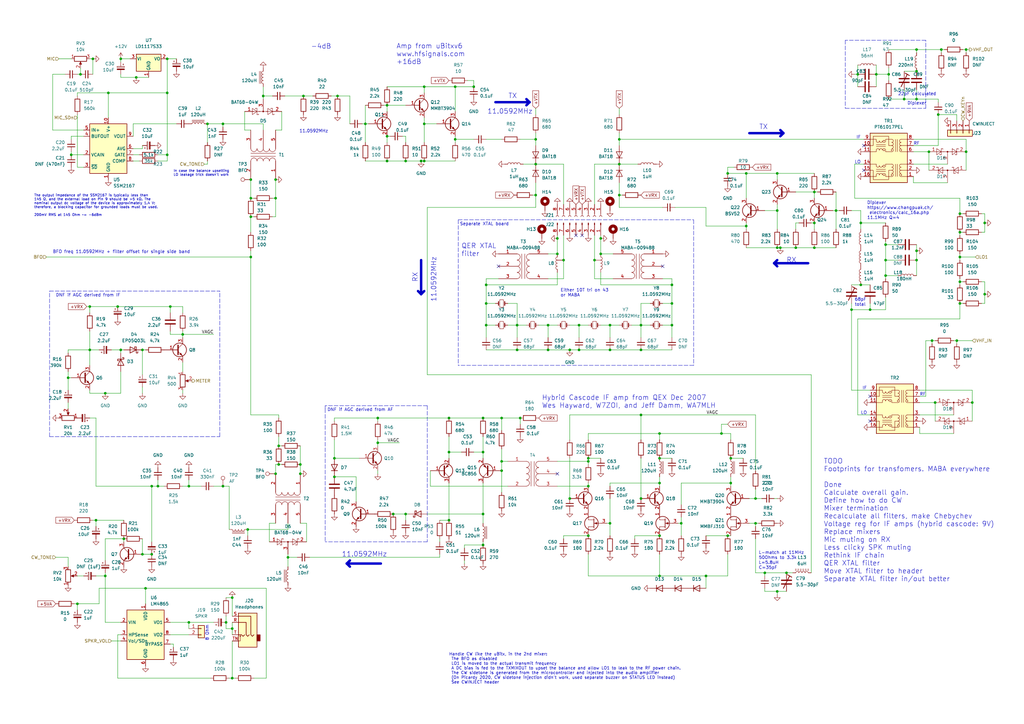
<source format=kicad_sch>
(kicad_sch (version 20211123) (generator eeschema)

  (uuid 0e592cd4-1950-44ef-9727-8e526f4c4e12)

  (paper "A3")

  (title_block
    (title "DART-70 TRX")
    (date "2023-01-22")
    (rev "0")
    (company "HB9EGM")
    (comment 1 "A 4m Band SSB/CW Transceiver")
  )

  

  (junction (at 68.58 24.13) (diameter 0) (color 0 0 0 0)
    (uuid 007433ed-6d80-48ba-9527-0a8470b6050a)
  )
  (junction (at 186.69 57.15) (diameter 0) (color 0 0 0 0)
    (uuid 0079a40d-5664-4eb5-a4a1-35e197c9e578)
  )
  (junction (at 172.72 66.04) (diameter 0) (color 0 0 0 0)
    (uuid 027f19f3-a3d5-4daa-a96e-c5d9a71c1df8)
  )
  (junction (at 158.75 55.88) (diameter 0) (color 0 0 0 0)
    (uuid 02d8bab6-e62a-43d8-ae0a-47eb8be52f66)
  )
  (junction (at 58.42 143.51) (diameter 0) (color 0 0 0 0)
    (uuid 059f4155-bed3-4fb2-9baa-d569f31b7e5d)
  )
  (junction (at 320.04 101.6) (diameter 0) (color 0 0 0 0)
    (uuid 076a6a07-11fa-4191-a538-035a47a6b026)
  )
  (junction (at 199.39 124.46) (diameter 0) (color 0 0 0 0)
    (uuid 08e3fbcd-b24c-43b5-a2a5-3ed606084464)
  )
  (junction (at 95.25 245.11) (diameter 0) (color 0 0 0 0)
    (uuid 0964d962-846f-4609-b657-83d8fae25141)
  )
  (junction (at 375.92 20.32) (diameter 0) (color 0 0 0 0)
    (uuid 0e0e432b-78ea-4677-9624-cfa175a66f05)
  )
  (junction (at 262.89 143.51) (diameter 0) (color 0 0 0 0)
    (uuid 0e565d2a-00bb-4f20-8e2e-0f824e8d2762)
  )
  (junction (at 356.87 127) (diameter 0) (color 0 0 0 0)
    (uuid 0e79f50c-6749-4775-a4f9-1113788b2e6b)
  )
  (junction (at 241.3 189.23) (diameter 0) (color 0 0 0 0)
    (uuid 0f8367d0-e4ea-40ae-8dac-4e16d60a532f)
  )
  (junction (at 298.45 71.12) (diameter 0) (color 0 0 0 0)
    (uuid 1012b60c-7995-4cf6-a029-e4cda1fc26a4)
  )
  (junction (at 39.37 213.36) (diameter 0) (color 0 0 0 0)
    (uuid 1761eacf-5516-4f80-af22-ca5c2f3d7629)
  )
  (junction (at 173.99 50.8) (diameter 0) (color 0 0 0 0)
    (uuid 17a2367e-a2ff-4b57-83ee-9ab25894ec97)
  )
  (junction (at 68.58 38.1) (diameter 0) (color 0 0 0 0)
    (uuid 18381db9-5d7f-4848-9a07-251ba865a202)
  )
  (junction (at 48.26 125.73) (diameter 0) (color 0 0 0 0)
    (uuid 1843d2c0-629c-44e7-8460-03ced60a2111)
  )
  (junction (at 334.01 101.6) (diameter 0) (color 0 0 0 0)
    (uuid 1938c685-27ac-44a9-aab4-2c6ed50b8ec7)
  )
  (junction (at 295.91 177.8) (diameter 0) (color 0 0 0 0)
    (uuid 1a164a1f-45a6-43b7-9b64-349463c23d37)
  )
  (junction (at 166.37 210.82) (diameter 0) (color 0 0 0 0)
    (uuid 1c038126-c738-4381-b698-5c33c4341ae8)
  )
  (junction (at 262.89 204.47) (diameter 0) (color 0 0 0 0)
    (uuid 1de51305-582b-4628-8092-75c3cf54eea0)
  )
  (junction (at 113.03 194.31) (diameter 0) (color 0 0 0 0)
    (uuid 1e5b8adc-bfe4-4d62-8fbb-b09ad198c5b6)
  )
  (junction (at 233.68 143.51) (diameter 0) (color 0 0 0 0)
    (uuid 210630ed-a720-499f-8ec9-3630627e1e05)
  )
  (junction (at 194.31 35.56) (diameter 0) (color 0 0 0 0)
    (uuid 222d63d3-68ff-4a04-b7c3-6efd5c4ab9e1)
  )
  (junction (at 381 62.23) (diameter 0) (color 0 0 0 0)
    (uuid 223b72c8-191b-4d26-8e73-2beb56cb0a2b)
  )
  (junction (at 298.45 219.71) (diameter 0) (color 0 0 0 0)
    (uuid 22f086a0-4e36-4832-8e1e-3bdb65f5c3f2)
  )
  (junction (at 212.09 143.51) (diameter 0) (color 0 0 0 0)
    (uuid 24fd922c-d488-4d61-b6dc-9d3e359ccc82)
  )
  (junction (at 299.72 187.96) (diameter 0) (color 0 0 0 0)
    (uuid 2583e10f-d237-4b6a-a35d-cff26f964496)
  )
  (junction (at 384.81 46.99) (diameter 0) (color 0 0 0 0)
    (uuid 2752e81c-fd78-4adc-8a3e-c2100d5bd7d7)
  )
  (junction (at 44.45 38.1) (diameter 0) (color 0 0 0 0)
    (uuid 2792ed93-89db-4e51-99ff-281323e776eb)
  )
  (junction (at 43.18 161.29) (diameter 0) (color 0 0 0 0)
    (uuid 2ac61f93-ebdb-4844-a9b1-76718596cd8a)
  )
  (junction (at 158.75 43.18) (diameter 0) (color 0 0 0 0)
    (uuid 2cd3680a-9e9d-4c97-9125-39c64a75e644)
  )
  (junction (at 270.51 198.12) (diameter 0) (color 0 0 0 0)
    (uuid 2d264e2f-7e31-4a17-86c5-13a68ab3ff7e)
  )
  (junction (at 363.22 106.68) (diameter 0) (color 0 0 0 0)
    (uuid 2fd14c3b-7e81-4330-b4b6-7d3b5d88fd5c)
  )
  (junction (at 393.7 115.57) (diameter 0) (color 0 0 0 0)
    (uuid 2fdc7923-56aa-4f0e-b559-e1b2e79c3c8f)
  )
  (junction (at 114.3 190.5) (diameter 0) (color 0 0 0 0)
    (uuid 30a877c2-a2d2-45b6-a8fa-8c4567fd5621)
  )
  (junction (at 382.27 139.7) (diameter 0) (color 0 0 0 0)
    (uuid 30dc039a-a902-4295-a2ea-7a00c6153126)
  )
  (junction (at 318.77 71.12) (diameter 0) (color 0 0 0 0)
    (uuid 315201dd-7991-408a-b65b-aa397fb29cdd)
  )
  (junction (at 38.1 24.13) (diameter 0) (color 0 0 0 0)
    (uuid 335263d3-7e35-4a9c-83c2-cd71d45f0688)
  )
  (junction (at 383.54 165.1) (diameter 0) (color 0 0 0 0)
    (uuid 3365c11b-b4a5-418d-85ee-41028926f18a)
  )
  (junction (at 351.79 30.48) (diameter 0) (color 0 0 0 0)
    (uuid 3b4c9779-bcad-4732-8142-8c3ab8d0419f)
  )
  (junction (at 173.99 35.56) (diameter 0) (color 0 0 0 0)
    (uuid 3bd6009a-f48b-4c66-92de-4d24549b4c7d)
  )
  (junction (at 161.29 210.82) (diameter 0) (color 0 0 0 0)
    (uuid 3bf0f30a-4c02-4011-9e56-5268cd9a18bc)
  )
  (junction (at 198.12 171.45) (diameter 0) (color 0 0 0 0)
    (uuid 3e9deac2-8e86-484c-b76a-a334d0715f66)
  )
  (junction (at 403.86 120.65) (diameter 0) (color 0 0 0 0)
    (uuid 3f6ba890-8616-4e68-b9d0-3d4eacc2e5c7)
  )
  (junction (at 375.92 106.68) (diameter 0) (color 0 0 0 0)
    (uuid 3fcecab3-b47b-4a8c-9fb9-b323af94bc6b)
  )
  (junction (at 173.99 66.04) (diameter 0) (color 0 0 0 0)
    (uuid 43c88063-044a-47b7-b010-f3fb76152eec)
  )
  (junction (at 375.92 102.87) (diameter 0) (color 0 0 0 0)
    (uuid 446196fa-4af3-4fe1-9348-f02489c61276)
  )
  (junction (at 199.39 133.35) (diameter 0) (color 0 0 0 0)
    (uuid 460147d8-e4b6-4910-88e9-07d1ddd6c2df)
  )
  (junction (at 219.71 57.15) (diameter 0) (color 0 0 0 0)
    (uuid 485f8372-6f58-431e-9419-bfc90ad67732)
  )
  (junction (at 364.49 30.48) (diameter 0) (color 0 0 0 0)
    (uuid 4b3ba67b-606d-4750-abb9-54a01fd7bc1a)
  )
  (junction (at 212.09 133.35) (diameter 0) (color 0 0 0 0)
    (uuid 4b982f8b-ca29-4ebf-88fc-8a50b24e0802)
  )
  (junction (at 359.41 30.48) (diameter 0) (color 0 0 0 0)
    (uuid 4bcbab50-174d-4a4b-8660-c13a99f4d953)
  )
  (junction (at 246.38 104.14) (diameter 0) (color 0 0 0 0)
    (uuid 4d4b296b-354c-4f54-8b98-a9fec52fa110)
  )
  (junction (at 375.92 29.21) (diameter 0) (color 0 0 0 0)
    (uuid 4dbafe87-53e2-4b1b-b9d1-f029995a0c51)
  )
  (junction (at 91.44 50.8) (diameter 0) (color 0 0 0 0)
    (uuid 4f100da6-d6f9-4b77-90f1-fda986c2ed73)
  )
  (junction (at 113.03 81.28) (diameter 0) (color 0 0 0 0)
    (uuid 4f661a6f-98d8-4461-9401-113364b1e3a8)
  )
  (junction (at 184.15 213.36) (diameter 0) (color 0 0 0 0)
    (uuid 510aabe6-d19e-45d2-9ee4-74f6d2e6df89)
  )
  (junction (at 393.7 87.63) (diameter 0) (color 0 0 0 0)
    (uuid 56e3e10b-0165-4e27-9816-f40b5bb7e426)
  )
  (junction (at 275.59 133.35) (diameter 0) (color 0 0 0 0)
    (uuid 5c4341e3-29f4-4014-ad6b-9b4cb50156a6)
  )
  (junction (at 246.38 97.79) (diameter 0) (color 0 0 0 0)
    (uuid 5d58706a-c013-405c-9112-847886006796)
  )
  (junction (at 262.89 133.35) (diameter 0) (color 0 0 0 0)
    (uuid 5dbda758-e74b-4ccf-ad68-495d537d68ba)
  )
  (junction (at 275.59 124.46) (diameter 0) (color 0 0 0 0)
    (uuid 5fc44bfc-3a32-42f5-89ff-303d655beeb1)
  )
  (junction (at 198.12 223.52) (diameter 0) (color 0 0 0 0)
    (uuid 611c0051-64b3-4ff6-b51a-6ea814324060)
  )
  (junction (at 69.85 125.73) (diameter 0) (color 0 0 0 0)
    (uuid 62ed984b-c070-4de1-bd86-30aeb09fb9cd)
  )
  (junction (at 326.39 101.6) (diameter 0) (color 0 0 0 0)
    (uuid 6333a58f-0905-40bf-8806-a9405483f292)
  )
  (junction (at 138.43 39.37) (diameter 0) (color 0 0 0 0)
    (uuid 67d87795-1d4f-4f21-9afa-f7da30e8b867)
  )
  (junction (at 342.9 86.36) (diameter 0) (color 0 0 0 0)
    (uuid 6bdd7ca9-a767-4e33-bf37-498b319fce63)
  )
  (junction (at 102.87 88.9) (diameter 0) (color 0 0 0 0)
    (uuid 6e61ed05-4ce2-4d6e-b300-e8935e213361)
  )
  (junction (at 62.23 227.33) (diameter 0) (color 0 0 0 0)
    (uuid 707b1436-6255-4e74-ac3c-e365f258d4c7)
  )
  (junction (at 270.51 236.22) (diameter 0) (color 0 0 0 0)
    (uuid 711716b4-cb3c-40a8-915f-7a9cd1c1a345)
  )
  (junction (at 306.07 92.71) (diameter 0) (color 0 0 0 0)
    (uuid 71548298-edf3-48ed-bda9-4f920bb3ffda)
  )
  (junction (at 334.01 91.44) (diameter 0) (color 0 0 0 0)
    (uuid 7203aae8-7ab5-4754-be1f-92fd79bf7883)
  )
  (junction (at 228.6 104.14) (diameter 0) (color 0 0 0 0)
    (uuid 7292e3c7-8290-4fad-a17c-92a17c78ac6c)
  )
  (junction (at 254 57.15) (diameter 0) (color 0 0 0 0)
    (uuid 782fd8fa-9fb0-44b6-bdfd-23367a676327)
  )
  (junction (at 299.72 198.12) (diameter 0) (color 0 0 0 0)
    (uuid 79aa4561-3272-488a-aacc-d24a783bf3fa)
  )
  (junction (at 393.7 105.41) (diameter 0) (color 0 0 0 0)
    (uuid 88658da7-484b-4fb1-bd87-cf0fe9fbbc98)
  )
  (junction (at 318.77 86.36) (diameter 0) (color 0 0 0 0)
    (uuid 897a30bd-82ab-4191-9e1c-88c95eb420c0)
  )
  (junction (at 205.74 171.45) (diameter 0) (color 0 0 0 0)
    (uuid 89924c9d-894c-4783-bb98-91fe4fffc426)
  )
  (junction (at 363.22 100.33) (diameter 0) (color 0 0 0 0)
    (uuid 89a0992d-b4b4-4a98-9018-0c3e3ac7c4ed)
  )
  (junction (at 403.86 91.44) (diameter 0) (color 0 0 0 0)
    (uuid 8a030abd-885a-4b15-b74a-b44dc2b6c7d7)
  )
  (junction (at 334.01 78.74) (diameter 0) (color 0 0 0 0)
    (uuid 8cad30c6-cd21-4b04-8aa8-5dfd9876668a)
  )
  (junction (at 370.84 40.64) (diameter 0) (color 0 0 0 0)
    (uuid 8d45f61e-b48a-4d9a-9705-81179d1cee29)
  )
  (junction (at 92.71 255.27) (diameter 0) (color 0 0 0 0)
    (uuid 8d612602-5cc8-45dd-a943-2a29be4b9ede)
  )
  (junction (at 102.87 81.28) (diameter 0) (color 0 0 0 0)
    (uuid 8edc9989-feda-4190-96e8-8ba0ca953891)
  )
  (junction (at 43.18 236.22) (diameter 0) (color 0 0 0 0)
    (uuid 8f57152a-781e-4e8e-b36c-e81f9a864e3b)
  )
  (junction (at 49.53 24.13) (diameter 0) (color 0 0 0 0)
    (uuid 8fd35ceb-d608-4169-ae56-e892681304a9)
  )
  (junction (at 250.19 214.63) (diameter 0) (color 0 0 0 0)
    (uuid 91049a94-ccf8-463e-ab05-8a76a56be653)
  )
  (junction (at 309.88 214.63) (diameter 0) (color 0 0 0 0)
    (uuid 9134413a-edf3-40ce-9ec2-93a536746842)
  )
  (junction (at 318.77 242.57) (diameter 0) (color 0 0 0 0)
    (uuid 92b5166e-7b6a-4c31-94b5-b9d3f56f30b6)
  )
  (junction (at 205.74 189.23) (diameter 0) (color 0 0 0 0)
    (uuid 94a7e072-a853-4895-a974-0e863ac9edc2)
  )
  (junction (at 113.03 73.66) (diameter 0) (color 0 0 0 0)
    (uuid 9501ad82-8c5c-4bd6-a4e5-d738b7099508)
  )
  (junction (at 224.79 133.35) (diameter 0) (color 0 0 0 0)
    (uuid 9666bb6a-0c1d-4c92-be6d-94a465ec5c51)
  )
  (junction (at 64.77 199.39) (diameter 0) (color 0 0 0 0)
    (uuid 97e09b83-0572-4634-8ce7-0a86f1339fd8)
  )
  (junction (at 107.95 39.37) (diameter 0) (color 0 0 0 0)
    (uuid 983034d1-18ea-4dac-8753-9630cc5e0592)
  )
  (junction (at 386.08 20.32) (diameter 0) (color 0 0 0 0)
    (uuid 9873db56-1f37-4fe2-98ad-60e4c87af40c)
  )
  (junction (at 95.25 257.81) (diameter 0) (color 0 0 0 0)
    (uuid 98a1742d-cc82-4a66-87b4-845a0462a9e4)
  )
  (junction (at 275.59 116.84) (diameter 0) (color 0 0 0 0)
    (uuid 9918dbb5-067b-4f72-a60f-e99dd790b7bf)
  )
  (junction (at 270.51 177.8) (diameter 0) (color 0 0 0 0)
    (uuid 994aaeb0-a945-4297-8f22-64b15ec2470b)
  )
  (junction (at 254 80.01) (diameter 0) (color 0 0 0 0)
    (uuid 99c68e22-79ac-4df3-82ed-69d5274feb54)
  )
  (junction (at 363.22 113.03) (diameter 0) (color 0 0 0 0)
    (uuid 9a438e91-12f1-4003-9587-51635f0ae695)
  )
  (junction (at 219.71 80.01) (diameter 0) (color 0 0 0 0)
    (uuid 9cae7022-94ae-4784-b773-30ffde5822a7)
  )
  (junction (at 102.87 73.66) (diameter 0) (color 0 0 0 0)
    (uuid 9d0f1857-3b05-4e01-b461-94289f64ce4a)
  )
  (junction (at 123.19 194.31) (diameter 0) (color 0 0 0 0)
    (uuid 9d1032f1-04b7-4a45-a406-c5f306a5a4a3)
  )
  (junction (at 393.7 95.25) (diameter 0) (color 0 0 0 0)
    (uuid a4615cb6-40e1-4e6b-aa44-484a7357f4a4)
  )
  (junction (at 198.12 185.42) (diameter 0) (color 0 0 0 0)
    (uuid a4ec02e9-e140-4dcc-958f-47f7624526cb)
  )
  (junction (at 36.83 125.73) (diameter 0) (color 0 0 0 0)
    (uuid a65cad0c-0ef1-4ea5-a965-4eae7ac1f6af)
  )
  (junction (at 231.14 106.68) (diameter 0) (color 0 0 0 0)
    (uuid a662cdd6-a57e-4364-b8b3-c025c426c5be)
  )
  (junction (at 31.75 247.65) (diameter 0) (color 0 0 0 0)
    (uuid a69f72c8-ce0f-4293-bf44-c6832495c836)
  )
  (junction (at 77.47 199.39) (diameter 0) (color 0 0 0 0)
    (uuid a7cad282-51c3-4f24-be5e-311c2c5e959b)
  )
  (junction (at 137.16 195.58) (diameter 0) (color 0 0 0 0)
    (uuid a8675aa5-24f4-4a65-9564-259800e24a61)
  )
  (junction (at 228.6 97.79) (diameter 0) (color 0 0 0 0)
    (uuid aa537d78-628c-458e-8a08-c2dae82aca82)
  )
  (junction (at 318.77 101.6) (diameter 0) (color 0 0 0 0)
    (uuid aad5fe2f-2964-4c2f-90b5-8ec10e02fb70)
  )
  (junction (at 158.75 66.04) (diameter 0) (color 0 0 0 0)
    (uuid ab5a5163-9113-4726-bc7a-7e25f5bcb137)
  )
  (junction (at 27.94 154.94) (diameter 0) (color 0 0 0 0)
    (uuid ac0e5582-f44c-4bc2-8ae7-2c3f1115fb00)
  )
  (junction (at 33.02 30.48) (diameter 0) (color 0 0 0 0)
    (uuid ad2d033c-4040-4813-b5da-82cf827f9d86)
  )
  (junction (at 237.49 133.35) (diameter 0) (color 0 0 0 0)
    (uuid ad485fa9-ca4c-467a-b6d9-302ae2ec4eaa)
  )
  (junction (at 91.44 199.39) (diameter 0) (color 0 0 0 0)
    (uuid ae4c18cc-90ed-4d31-b27a-ee22bf49a14e)
  )
  (junction (at 237.49 143.51) (diameter 0) (color 0 0 0 0)
    (uuid aed41e50-066a-4d5d-9b35-33c86a58f817)
  )
  (junction (at 309.88 204.47) (diameter 0) (color 0 0 0 0)
    (uuid b046cbfe-7bd9-4ac8-9c60-a84b90a07076)
  )
  (junction (at 198.12 210.82) (diameter 0) (color 0 0 0 0)
    (uuid b0bd599f-5320-4de4-9844-b1248597f45d)
  )
  (junction (at 59.69 241.3) (diameter 0) (color 0 0 0 0)
    (uuid b2c93e47-1b35-4bce-b217-c95c59af9fea)
  )
  (junction (at 102.87 105.41) (diameter 0) (color 0 0 0 0)
    (uuid b2fc5a98-a9c8-4ffb-bf05-9a95788a6f6e)
  )
  (junction (at 199.39 116.84) (diameter 0) (color 0 0 0 0)
    (uuid b3ba518e-938d-434b-8f72-5ecf3fd42313)
  )
  (junction (at 154.94 181.61) (diameter 0) (color 0 0 0 0)
    (uuid b52e2ac1-1ad4-4299-a3b7-5950aeda9b09)
  )
  (junction (at 219.71 67.31) (diameter 0) (color 0 0 0 0)
    (uuid b55942a4-2e67-4c91-a2e2-17d287af1b39)
  )
  (junction (at 58.42 227.33) (diameter 0) (color 0 0 0 0)
    (uuid b67c5032-3958-4f67-8cff-2bc749aa2559)
  )
  (junction (at 68.58 63.5) (diameter 0) (color 0 0 0 0)
    (uuid b6a3e709-356a-4a55-ac00-07ba73afac37)
  )
  (junction (at 313.69 234.95) (diameter 0) (color 0 0 0 0)
    (uuid b7b0b83f-2dad-41a6-8e3b-dd0617021680)
  )
  (junction (at 233.68 204.47) (diameter 0) (color 0 0 0 0)
    (uuid bb8fc86a-138e-468d-a6f3-4d425bea2798)
  )
  (junction (at 241.3 199.39) (diameter 0) (color 0 0 0 0)
    (uuid bcb7b50e-e30b-4748-9ad3-15fd19268fd8)
  )
  (junction (at 270.51 187.96) (diameter 0) (color 0 0 0 0)
    (uuid bdd38f4a-d1f5-49ea-86a0-7074369f7406)
  )
  (junction (at 101.6 217.17) (diameter 0) (color 0 0 0 0)
    (uuid bf1cf86a-4cef-455a-b67c-093dbb9970e5)
  )
  (junction (at 95.25 278.13) (diameter 0) (color 0 0 0 0)
    (uuid bff74fb8-2e53-4140-9d30-8bb9b336dda4)
  )
  (junction (at 50.8 220.98) (diameter 0) (color 0 0 0 0)
    (uuid c07980be-125c-4459-be81-f2b8371f5ae2)
  )
  (junction (at 205.74 193.04) (diameter 0) (color 0 0 0 0)
    (uuid c41a688f-80a3-4252-bb37-134631846db3)
  )
  (junction (at 250.19 143.51) (diameter 0) (color 0 0 0 0)
    (uuid c8816f2b-d043-4f02-8988-815e5e7435ee)
  )
  (junction (at 118.11 228.6) (diameter 0) (color 0 0 0 0)
    (uuid c8c4fbfe-4e9c-445d-882a-7f1bac80adc8)
  )
  (junction (at 250.19 133.35) (diameter 0) (color 0 0 0 0)
    (uuid ca2ddb3d-eff7-4148-ac57-d5c14ba8be31)
  )
  (junction (at 55.88 31.75) (diameter 0) (color 0 0 0 0)
    (uuid ca3e4813-ee52-41fc-be54-f33d5d572e76)
  )
  (junction (at 393.7 124.46) (diameter 0) (color 0 0 0 0)
    (uuid ca5a4e59-a0d9-41f3-a4f9-8e9003dc636c)
  )
  (junction (at 241.3 187.96) (diameter 0) (color 0 0 0 0)
    (uuid cf4a7a0f-4b62-4a14-8810-1f9be9bb8bca)
  )
  (junction (at 375.92 40.64) (diameter 0) (color 0 0 0 0)
    (uuid cfd26f0b-c959-40e8-8a7e-48204bb5c64f)
  )
  (junction (at 224.79 143.51) (diameter 0) (color 0 0 0 0)
    (uuid d3e01bdf-5c14-407f-80a1-1d934fc04fab)
  )
  (junction (at 149.86 50.8) (diameter 0) (color 0 0 0 0)
    (uuid d46cfddd-ae59-45a8-a05e-501b77d91351)
  )
  (junction (at 124.46 39.37) (diameter 0) (color 0 0 0 0)
    (uuid d47b6e93-2883-4b61-9107-b49e482eb126)
  )
  (junction (at 270.51 219.71) (diameter 0) (color 0 0 0 0)
    (uuid d5fa5081-044e-4305-8f5d-d2a56bf86d29)
  )
  (junction (at 77.47 255.27) (diameter 0) (color 0 0 0 0)
    (uuid d6fda246-3399-48cd-8a06-99bbdf8c75e4)
  )
  (junction (at 241.3 219.71) (diameter 0) (color 0 0 0 0)
    (uuid d703d54e-2823-4563-98c8-59d8b8b54fec)
  )
  (junction (at 166.37 66.04) (diameter 0) (color 0 0 0 0)
    (uuid d774c163-0e71-4e59-99e8-33a6c910c00d)
  )
  (junction (at 62.23 199.39) (diameter 0) (color 0 0 0 0)
    (uuid d7d4c350-2318-4a09-b921-0a78963f6666)
  )
  (junction (at 254 67.31) (diameter 0) (color 0 0 0 0)
    (uuid d964cb21-9482-4b14-9981-964030a476a5)
  )
  (junction (at 396.24 62.23) (diameter 0) (color 0 0 0 0)
    (uuid daa9b5c5-21a2-4482-b81a-69bb9f749fb7)
  )
  (junction (at 186.69 35.56) (diameter 0) (color 0 0 0 0)
    (uuid dcdfeb28-863e-4a43-ad64-f6e45863b4d7)
  )
  (junction (at 213.36 171.45) (diameter 0) (color 0 0 0 0)
    (uuid ddaaa428-40ee-45ee-a789-6961e25a11bb)
  )
  (junction (at 392.43 139.7) (diameter 0) (color 0 0 0 0)
    (uuid de1eb50d-ef90-4d0d-a112-fc865a422b99)
  )
  (junction (at 289.56 236.22) (diameter 0) (color 0 0 0 0)
    (uuid df231e82-dc0c-49c1-a01b-d2be84591ff3)
  )
  (junction (at 322.58 234.95) (diameter 0) (color 0 0 0 0)
    (uuid e15f6002-d342-413a-a773-225c5f4cfb04)
  )
  (junction (at 396.24 20.32) (diameter 0) (color 0 0 0 0)
    (uuid e2d27bd1-d4c5-4321-a13b-160cb2d6015d)
  )
  (junction (at 49.53 143.51) (diameter 0) (color 0 0 0 0)
    (uuid e3903eeb-8b72-4b40-a088-cbbba270c01b)
  )
  (junction (at 184.15 171.45) (diameter 0) (color 0 0 0 0)
    (uuid e68e2295-e5ad-41e7-931d-7bf2c40e2981)
  )
  (junction (at 279.4 214.63) (diameter 0) (color 0 0 0 0)
    (uuid e736b041-4756-4726-980f-1b93cf00a2ad)
  )
  (junction (at 243.84 106.68) (diameter 0) (color 0 0 0 0)
    (uuid e7eee956-d2ad-4d33-9823-9759f9a8aab1)
  )
  (junction (at 74.93 137.16) (diameter 0) (color 0 0 0 0)
    (uuid e8558fbd-ea42-43a6-966a-7bd304bdfaad)
  )
  (junction (at 353.06 91.44) (diameter 0) (color 0 0 0 0)
    (uuid e8822f44-e7ca-47f3-a9bc-951244c889e7)
  )
  (junction (at 36.83 143.51) (diameter 0) (color 0 0 0 0)
    (uuid eac540a2-0555-4530-b9cb-9b037a65c0a7)
  )
  (junction (at 114.3 182.88) (diameter 0) (color 0 0 0 0)
    (uuid eb3c65f0-3082-4c13-98c1-cac8dc7eccac)
  )
  (junction (at 137.16 187.96) (diameter 0) (color 0 0 0 0)
    (uuid ecba702e-9fb5-4bd7-9b08-5197492ec54b)
  )
  (junction (at 349.25 127) (diameter 0) (color 0 0 0 0)
    (uuid ef4c798c-4721-49f1-8016-e362a6672715)
  )
  (junction (at 398.78 165.1) (diameter 0) (color 0 0 0 0)
    (uuid efac21da-3f93-4ae4-bab8-dbdec293c35e)
  )
  (junction (at 306.07 71.12) (diameter 0) (color 0 0 0 0)
    (uuid f02e930f-fe1a-4921-a9df-ee330f41d2bd)
  )
  (junction (at 154.94 171.45) (diameter 0) (color 0 0 0 0)
    (uuid f1a9e2a2-6347-4852-b335-cf8402c433a4)
  )
  (junction (at 353.06 116.84) (diameter 0) (color 0 0 0 0)
    (uuid f22dadd7-4a1b-4449-b981-cbbeced9fbc5)
  )
  (junction (at 85.09 50.8) (diameter 0) (color 0 0 0 0)
    (uuid f9362574-7797-4e6e-9765-e515232ee831)
  )
  (junction (at 184.15 185.42) (diameter 0) (color 0 0 0 0)
    (uuid fb5d1a59-18d1-49ea-b504-10e76cce8897)
  )
  (junction (at 123.19 190.5) (diameter 0) (color 0 0 0 0)
    (uuid fbe71f6a-7e5a-41f1-9e6e-b2e94d49a3bc)
  )
  (junction (at 29.21 63.5) (diameter 0) (color 0 0 0 0)
    (uuid fe2b05f5-675b-44d0-956c-c5829b7c692a)
  )
  (junction (at 262.89 170.18) (diameter 0) (color 0 0 0 0)
    (uuid fe2ce942-d4c5-4b3f-a09e-cda9276450f6)
  )

  (no_connect (at 356.87 172.72) (uuid 112718f1-f222-4c50-a4f0-a42dabd066b7))
  (no_connect (at 236.22 96.52) (uuid 2b99a1e6-5f67-436f-9ed5-38e8bfd4c142))
  (no_connect (at 354.33 69.85) (uuid 36cd8509-4b06-4001-aa2f-00b548cb4477))
  (no_connect (at 204.47 109.22) (uuid 4866aeb4-d287-46eb-8d15-c55d9c708490))
  (no_connect (at 354.33 59.69) (uuid 6226f2ac-b9bf-4733-a388-cd49aa6934ae))
  (no_connect (at 356.87 162.56) (uuid 69a2fbd1-0689-4722-b099-d7d4b3a2c805))
  (no_connect (at 271.78 109.22) (uuid 8a4c8ee9-530e-4698-8694-1dcab411e819))
  (no_connect (at 228.6 194.31) (uuid afdb3662-3196-4d9d-b0e8-7f416bb5cd4f))
  (no_connect (at 238.76 96.52) (uuid ee08a6c2-528a-478b-9089-08fe9a37ec7e))

  (wire (pts (xy 403.86 87.63) (xy 403.86 91.44))
    (stroke (width 0) (type default) (color 0 0 0 0))
    (uuid 006436ec-9ab2-4589-83be-4667e52db3bf)
  )
  (wire (pts (xy 205.74 171.45) (xy 205.74 176.53))
    (stroke (width 0) (type default) (color 0 0 0 0))
    (uuid 00c27d59-c437-4bee-9cde-cbd48a34e31b)
  )
  (wire (pts (xy 318.77 83.82) (xy 318.77 86.36))
    (stroke (width 0) (type default) (color 0 0 0 0))
    (uuid 00cf6024-5820-4cff-8981-5be2b438caf3)
  )
  (wire (pts (xy 87.63 199.39) (xy 91.44 199.39))
    (stroke (width 0) (type default) (color 0 0 0 0))
    (uuid 0113fe75-9787-49bd-865f-03242ce2a366)
  )
  (wire (pts (xy 219.71 57.15) (xy 219.71 54.61))
    (stroke (width 0) (type default) (color 0 0 0 0))
    (uuid 0125f083-fa2b-4a11-85be-7853b609b001)
  )
  (wire (pts (xy 359.41 30.48) (xy 359.41 35.56))
    (stroke (width 0) (type default) (color 0 0 0 0))
    (uuid 01c67c04-8ed4-481b-b382-ac69e0a55001)
  )
  (wire (pts (xy 68.58 66.04) (xy 64.77 66.04))
    (stroke (width 0) (type default) (color 0 0 0 0))
    (uuid 01caafb3-af8a-4642-870c-c290b286d040)
  )
  (wire (pts (xy 219.71 74.93) (xy 219.71 80.01))
    (stroke (width 0) (type default) (color 0 0 0 0))
    (uuid 01cceb30-c85f-4510-b324-8d17341fc730)
  )
  (wire (pts (xy 166.37 43.18) (xy 158.75 43.18))
    (stroke (width 0) (type default) (color 0 0 0 0))
    (uuid 01f0181c-303d-46c7-ba34-20eee1c48cd1)
  )
  (wire (pts (xy 173.99 50.8) (xy 179.07 50.8))
    (stroke (width 0) (type default) (color 0 0 0 0))
    (uuid 0222c276-ce98-44cf-9ac7-d0d00163570d)
  )
  (wire (pts (xy 190.5 231.14) (xy 190.5 229.87))
    (stroke (width 0) (type default) (color 0 0 0 0))
    (uuid 027fc545-8a42-4646-8424-467711418116)
  )
  (wire (pts (xy 114.3 170.18) (xy 114.3 171.45))
    (stroke (width 0) (type default) (color 0 0 0 0))
    (uuid 0332aa97-cadc-4e7a-b8af-ca59e255597d)
  )
  (wire (pts (xy 173.99 66.04) (xy 186.69 66.04))
    (stroke (width 0) (type default) (color 0 0 0 0))
    (uuid 035d062f-f875-4853-8ca1-a348c3967bb1)
  )
  (wire (pts (xy 113.03 214.63) (xy 110.49 214.63))
    (stroke (width 0) (type default) (color 0 0 0 0))
    (uuid 03b7756f-0559-43eb-b24d-3aefa5a15899)
  )
  (wire (pts (xy 394.97 20.32) (xy 396.24 20.32))
    (stroke (width 0) (type default) (color 0 0 0 0))
    (uuid 03ce6745-00b2-4d2b-bad7-eb9745172859)
  )
  (wire (pts (xy 166.37 210.82) (xy 161.29 210.82))
    (stroke (width 0) (type default) (color 0 0 0 0))
    (uuid 03dd13e2-d89f-47ed-8a2f-ce75e7a97ef3)
  )
  (wire (pts (xy 262.89 133.35) (xy 266.7 133.35))
    (stroke (width 0) (type default) (color 0 0 0 0))
    (uuid 042fe62b-53aa-4e86-97d0-9ccb1e16a895)
  )
  (wire (pts (xy 379.73 139.7) (xy 382.27 139.7))
    (stroke (width 0) (type default) (color 0 0 0 0))
    (uuid 0437af13-5b81-4e18-82d5-0ec28c5d895f)
  )
  (wire (pts (xy 374.65 74.93) (xy 374.65 72.39))
    (stroke (width 0) (type default) (color 0 0 0 0))
    (uuid 047a18ce-9e77-4d7d-a9ce-60b21f671177)
  )
  (wire (pts (xy 31.75 68.58) (xy 34.29 68.58))
    (stroke (width 0) (type default) (color 0 0 0 0))
    (uuid 04868f85-bc69-4fa9-8e62-d78ffe5ae58e)
  )
  (wire (pts (xy 396.24 20.32) (xy 397.51 20.32))
    (stroke (width 0) (type default) (color 0 0 0 0))
    (uuid 04ef368b-f4e9-48da-956c-ee93cb3d01e8)
  )
  (wire (pts (xy 363.22 106.68) (xy 363.22 113.03))
    (stroke (width 0) (type default) (color 0 0 0 0))
    (uuid 05ddadd4-94df-4d6a-b500-ff320675ba33)
  )
  (wire (pts (xy 241.3 227.33) (xy 241.3 236.22))
    (stroke (width 0) (type default) (color 0 0 0 0))
    (uuid 066671d9-1fdf-4a05-a7e7-cadb7d44b89f)
  )
  (wire (pts (xy 356.87 124.46) (xy 356.87 127))
    (stroke (width 0) (type default) (color 0 0 0 0))
    (uuid 06fedb5b-65dd-4aa0-9e2d-b04e5a505f26)
  )
  (wire (pts (xy 208.28 124.46) (xy 212.09 124.46))
    (stroke (width 0) (type default) (color 0 0 0 0))
    (uuid 082d865b-0a4e-49c3-b18b-be47fd4a465a)
  )
  (wire (pts (xy 382.27 139.7) (xy 383.54 139.7))
    (stroke (width 0) (type default) (color 0 0 0 0))
    (uuid 0830aef1-c986-42f8-ba6a-a3fcacbf0210)
  )
  (wire (pts (xy 309.88 234.95) (xy 309.88 220.98))
    (stroke (width 0) (type default) (color 0 0 0 0))
    (uuid 08c8f1b4-737d-438b-967e-a77cce3833c0)
  )
  (wire (pts (xy 58.42 143.51) (xy 58.42 153.67))
    (stroke (width 0) (type default) (color 0 0 0 0))
    (uuid 09321bf4-1ea1-49b5-b1f9-ac29d6606a74)
  )
  (wire (pts (xy 173.99 35.56) (xy 186.69 35.56))
    (stroke (width 0) (type default) (color 0 0 0 0))
    (uuid 0943dfff-08fd-4176-a97a-8e271f47b148)
  )
  (wire (pts (xy 393.7 105.41) (xy 393.7 104.14))
    (stroke (width 0) (type default) (color 0 0 0 0))
    (uuid 09aa0d32-f4dc-42fd-a756-e1229737bd34)
  )
  (wire (pts (xy 289.56 236.22) (xy 289.56 241.3))
    (stroke (width 0) (type default) (color 0 0 0 0))
    (uuid 0a0c053c-54e0-4f14-b909-036d0c5fbf08)
  )
  (wire (pts (xy 158.75 43.18) (xy 158.75 45.72))
    (stroke (width 0) (type default) (color 0 0 0 0))
    (uuid 0a80373e-7854-41a7-8441-30fd81967887)
  )
  (wire (pts (xy 254 74.93) (xy 254 80.01))
    (stroke (width 0) (type default) (color 0 0 0 0))
    (uuid 0a9f993d-d83a-4cdc-bae3-0f40dd545220)
  )
  (wire (pts (xy 279.4 198.12) (xy 299.72 198.12))
    (stroke (width 0) (type default) (color 0 0 0 0))
    (uuid 0b5e9f79-a50b-4078-b2be-eff1d45ab7fc)
  )
  (wire (pts (xy 219.71 80.01) (xy 219.71 85.09))
    (stroke (width 0) (type default) (color 0 0 0 0))
    (uuid 0c3bb475-57a3-4465-801b-1823c9a733cc)
  )
  (wire (pts (xy 309.88 234.95) (xy 313.69 234.95))
    (stroke (width 0) (type default) (color 0 0 0 0))
    (uuid 0dc79dd3-c584-4173-b914-e6a8bcd18e45)
  )
  (wire (pts (xy 36.83 135.89) (xy 36.83 143.51))
    (stroke (width 0) (type default) (color 0 0 0 0))
    (uuid 0e1c6bbc-4cc4-4ce9-b48a-8292bb286da8)
  )
  (wire (pts (xy 246.38 97.79) (xy 246.38 96.52))
    (stroke (width 0) (type default) (color 0 0 0 0))
    (uuid 0f4b5c7f-79aa-4c46-b222-58e7e288b195)
  )
  (wire (pts (xy 33.02 27.94) (xy 33.02 30.48))
    (stroke (width 0) (type default) (color 0 0 0 0))
    (uuid 100847e3-630c-4c13-ba45-180e92370805)
  )
  (wire (pts (xy 318.77 71.12) (xy 318.77 73.66))
    (stroke (width 0) (type default) (color 0 0 0 0))
    (uuid 10ef0d40-b427-4fac-bff7-e8ca2d279fd2)
  )
  (wire (pts (xy 166.37 66.04) (xy 172.72 66.04))
    (stroke (width 0) (type default) (color 0 0 0 0))
    (uuid 11ac1ac8-72b6-43ed-915e-50f87561daf8)
  )
  (wire (pts (xy 107.95 50.8) (xy 91.44 50.8))
    (stroke (width 0) (type default) (color 0 0 0 0))
    (uuid 12340fb8-cd9c-4069-beec-13d4d2ea0d99)
  )
  (polyline (pts (xy 307.34 54.61) (xy 321.31 54.61))
    (stroke (width 1) (type solid) (color 0 0 0 0))
    (uuid 1281d63b-9c8c-4454-9b2d-0bbbc27e2ae7)
  )

  (wire (pts (xy 44.45 38.1) (xy 68.58 38.1))
    (stroke (width 0) (type default) (color 0 0 0 0))
    (uuid 12e17856-cd8c-41a8-bb2e-9faca10b0973)
  )
  (wire (pts (xy 393.7 130.81) (xy 351.79 130.81))
    (stroke (width 0) (type default) (color 0 0 0 0))
    (uuid 15352954-5a6d-4167-94e3-a8475b279783)
  )
  (wire (pts (xy 43.18 234.95) (xy 43.18 236.22))
    (stroke (width 0) (type default) (color 0 0 0 0))
    (uuid 15e1025c-faeb-49ff-aaa3-6ba9acaabd98)
  )
  (wire (pts (xy 137.16 172.72) (xy 137.16 171.45))
    (stroke (width 0) (type default) (color 0 0 0 0))
    (uuid 1606d99f-0508-4f2e-b63b-47e62c4312ee)
  )
  (wire (pts (xy 386.08 21.59) (xy 386.08 20.32))
    (stroke (width 0) (type default) (color 0 0 0 0))
    (uuid 16070e3c-2cc9-4d09-bef3-8ceccb63947e)
  )
  (wire (pts (xy 36.83 125.73) (xy 36.83 128.27))
    (stroke (width 0) (type default) (color 0 0 0 0))
    (uuid 16aa2316-1a67-45e5-b6c4-e59dd85814f4)
  )
  (wire (pts (xy 334.01 71.12) (xy 318.77 71.12))
    (stroke (width 0) (type default) (color 0 0 0 0))
    (uuid 16b8184d-4364-4664-b33c-1e355c0b0e6c)
  )
  (wire (pts (xy 298.45 68.58) (xy 298.45 71.12))
    (stroke (width 0) (type default) (color 0 0 0 0))
    (uuid 171c47c2-e63c-45a5-b02c-078b78214786)
  )
  (wire (pts (xy 115.57 182.88) (xy 114.3 182.88))
    (stroke (width 0) (type default) (color 0 0 0 0))
    (uuid 17c93850-5ebd-4f0d-b8eb-52bf14b01af4)
  )
  (wire (pts (xy 186.69 35.56) (xy 194.31 35.56))
    (stroke (width 0) (type default) (color 0 0 0 0))
    (uuid 18723066-b973-43bf-8bbf-4c210121a928)
  )
  (wire (pts (xy 334.01 78.74) (xy 334.01 81.28))
    (stroke (width 0) (type default) (color 0 0 0 0))
    (uuid 189610aa-2967-4418-8b8b-b36bdf6bc60b)
  )
  (wire (pts (xy 375.92 100.33) (xy 375.92 102.87))
    (stroke (width 0) (type default) (color 0 0 0 0))
    (uuid 19028db1-670b-4d84-9d20-5aa2f8585dd7)
  )
  (wire (pts (xy 342.9 101.6) (xy 334.01 101.6))
    (stroke (width 0) (type default) (color 0 0 0 0))
    (uuid 1966977a-39df-4890-91de-0e8ae767b0a0)
  )
  (wire (pts (xy 186.69 57.15) (xy 194.31 57.15))
    (stroke (width 0) (type default) (color 0 0 0 0))
    (uuid 19a56892-f9d5-4508-ab75-59721c555275)
  )
  (wire (pts (xy 313.69 242.57) (xy 313.69 241.3))
    (stroke (width 0) (type default) (color 0 0 0 0))
    (uuid 1a255025-6cad-4a3e-8763-c9c3ba585d53)
  )
  (wire (pts (xy 326.39 101.6) (xy 320.04 101.6))
    (stroke (width 0) (type default) (color 0 0 0 0))
    (uuid 1a86e987-6d08-4b7a-b2e3-f89b9863e895)
  )
  (wire (pts (xy 146.05 195.58) (xy 146.05 205.74))
    (stroke (width 0) (type default) (color 0 0 0 0))
    (uuid 1a9613ab-fb34-4a02-8365-aadaa421dfaf)
  )
  (wire (pts (xy 27.94 143.51) (xy 36.83 143.51))
    (stroke (width 0) (type default) (color 0 0 0 0))
    (uuid 1a9f0d73-6986-450b-8da5-dca8d718cd0d)
  )
  (wire (pts (xy 375.92 20.32) (xy 386.08 20.32))
    (stroke (width 0) (type default) (color 0 0 0 0))
    (uuid 1b89864d-e042-4259-99ab-c96136a33a11)
  )
  (wire (pts (xy 350.52 67.31) (xy 350.52 81.28))
    (stroke (width 0) (type default) (color 0 0 0 0))
    (uuid 1c0378fb-8fa4-4942-8a64-86b9252ef636)
  )
  (wire (pts (xy 262.89 143.51) (xy 275.59 143.51))
    (stroke (width 0) (type default) (color 0 0 0 0))
    (uuid 1d8cbdb8-b0d5-4f06-84c8-05770b7e9555)
  )
  (wire (pts (xy 219.71 59.69) (xy 219.71 57.15))
    (stroke (width 0) (type default) (color 0 0 0 0))
    (uuid 1dbe419a-f71e-4ab5-9a49-e58e75747fdf)
  )
  (wire (pts (xy 118.11 217.17) (xy 101.6 217.17))
    (stroke (width 0) (type default) (color 0 0 0 0))
    (uuid 1dc9a7fa-415c-4243-97fb-46b0d627e89d)
  )
  (wire (pts (xy 137.16 171.45) (xy 154.94 171.45))
    (stroke (width 0) (type default) (color 0 0 0 0))
    (uuid 1ddbded3-4d65-49ba-8123-18c72e4b7f4a)
  )
  (wire (pts (xy 363.22 113.03) (xy 363.22 114.3))
    (stroke (width 0) (type default) (color 0 0 0 0))
    (uuid 1e2c0cdd-08a6-4586-b370-3ffc74205845)
  )
  (wire (pts (xy 243.84 106.68) (xy 243.84 114.3))
    (stroke (width 0) (type default) (color 0 0 0 0))
    (uuid 1e9638be-d271-44b9-9bc3-e37783c8782f)
  )
  (wire (pts (xy 158.75 66.04) (xy 166.37 66.04))
    (stroke (width 0) (type default) (color 0 0 0 0))
    (uuid 1f1052c4-d15a-450f-8bb0-3cc3f3592607)
  )
  (wire (pts (xy 250.19 204.47) (xy 250.19 214.63))
    (stroke (width 0) (type default) (color 0 0 0 0))
    (uuid 1f1c22b1-15a3-4e28-88a5-25ba2fbef197)
  )
  (wire (pts (xy 212.09 124.46) (xy 212.09 133.35))
    (stroke (width 0) (type default) (color 0 0 0 0))
    (uuid 1fd73780-e017-4e2c-9674-56cb6f09dc2d)
  )
  (wire (pts (xy 246.38 116.84) (xy 275.59 116.84))
    (stroke (width 0) (type default) (color 0 0 0 0))
    (uuid 2163a967-be2d-4344-a94d-f1b8da3dc3a3)
  )
  (wire (pts (xy 396.24 57.15) (xy 396.24 62.23))
    (stroke (width 0) (type default) (color 0 0 0 0))
    (uuid 2171e051-2b1c-4df3-9987-bb0d428437aa)
  )
  (wire (pts (xy 53.34 24.13) (xy 49.53 24.13))
    (stroke (width 0) (type default) (color 0 0 0 0))
    (uuid 219ed590-c887-4a37-b8cf-2c9225c6d07e)
  )
  (wire (pts (xy 69.85 135.89) (xy 69.85 137.16))
    (stroke (width 0) (type default) (color 0 0 0 0))
    (uuid 22591446-6d82-47ac-b525-9e9deb496c8c)
  )
  (wire (pts (xy 137.16 180.34) (xy 137.16 187.96))
    (stroke (width 0) (type default) (color 0 0 0 0))
    (uuid 231e5ae4-1791-4485-9a32-a64456488009)
  )
  (wire (pts (xy 111.76 88.9) (xy 113.03 88.9))
    (stroke (width 0) (type default) (color 0 0 0 0))
    (uuid 233c88a4-9a5e-42af-96fb-5079a0c4ddfe)
  )
  (wire (pts (xy 241.3 189.23) (xy 241.3 187.96))
    (stroke (width 0) (type default) (color 0 0 0 0))
    (uuid 25347fbb-8744-4d15-9949-de9866144f81)
  )
  (wire (pts (xy 270.51 177.8) (xy 241.3 177.8))
    (stroke (width 0) (type default) (color 0 0 0 0))
    (uuid 2556849b-244d-40cf-86de-101d00a3273d)
  )
  (wire (pts (xy 275.59 187.96) (xy 270.51 187.96))
    (stroke (width 0) (type default) (color 0 0 0 0))
    (uuid 25b40549-5004-4a9f-8c83-45a4561f2c44)
  )
  (wire (pts (xy 39.37 213.36) (xy 50.8 213.36))
    (stroke (width 0) (type default) (color 0 0 0 0))
    (uuid 268a679e-e023-47f5-8a31-2516b1c23479)
  )
  (wire (pts (xy 295.91 173.99) (xy 295.91 177.8))
    (stroke (width 0) (type default) (color 0 0 0 0))
    (uuid 27937394-9bb7-48f6-a154-02c32eca1c67)
  )
  (wire (pts (xy 342.9 78.74) (xy 342.9 86.36))
    (stroke (width 0) (type default) (color 0 0 0 0))
    (uuid 2812f45e-ebd6-42bd-b5eb-ed95214eca8f)
  )
  (wire (pts (xy 198.12 198.12) (xy 198.12 210.82))
    (stroke (width 0) (type default) (color 0 0 0 0))
    (uuid 287f053d-d517-4f77-a833-8d255e7a9f3f)
  )
  (wire (pts (xy 31.75 247.65) (xy 40.64 247.65))
    (stroke (width 0) (type default) (color 0 0 0 0))
    (uuid 29b8b23a-e7ee-4dc9-92e7-c3cadb119379)
  )
  (wire (pts (xy 335.28 78.74) (xy 334.01 78.74))
    (stroke (width 0) (type default) (color 0 0 0 0))
    (uuid 2a3e52a2-02c1-4de1-bbee-f4f094c5cf5c)
  )
  (wire (pts (xy 205.74 189.23) (xy 205.74 193.04))
    (stroke (width 0) (type default) (color 0 0 0 0))
    (uuid 2a63233b-a7a2-4c59-82c8-58a12efecada)
  )
  (wire (pts (xy 250.19 214.63) (xy 248.92 214.63))
    (stroke (width 0) (type default) (color 0 0 0 0))
    (uuid 2afd810b-02fc-4ddc-b23c-b8689ad0ab1d)
  )
  (wire (pts (xy 34.29 55.88) (xy 29.21 55.88))
    (stroke (width 0) (type default) (color 0 0 0 0))
    (uuid 2b878984-ad62-40d5-87be-d30f465ae2b3)
  )
  (wire (pts (xy 74.93 152.4) (xy 74.93 148.59))
    (stroke (width 0) (type default) (color 0 0 0 0))
    (uuid 2b894b8a-c098-4d9d-be0f-2ef41dea274e)
  )
  (wire (pts (xy 266.7 124.46) (xy 262.89 124.46))
    (stroke (width 0) (type default) (color 0 0 0 0))
    (uuid 2ba6a5e2-be81-4fda-a558-a7c1489b8584)
  )
  (wire (pts (xy 228.6 97.79) (xy 228.6 104.14))
    (stroke (width 0) (type default) (color 0 0 0 0))
    (uuid 2bb91631-ebd1-41f4-8f02-7d20cea9a1ea)
  )
  (wire (pts (xy 118.11 228.6) (xy 118.11 227.33))
    (stroke (width 0) (type default) (color 0 0 0 0))
    (uuid 2bc9d2d9-93de-4c12-bc6b-86b8c29f0aa6)
  )
  (wire (pts (xy 199.39 114.3) (xy 199.39 116.84))
    (stroke (width 0) (type default) (color 0 0 0 0))
    (uuid 2d4b6a63-930e-4ce6-8f19-abaabb68aafd)
  )
  (wire (pts (xy 349.25 160.02) (xy 349.25 127))
    (stroke (width 0) (type default) (color 0 0 0 0))
    (uuid 2dcb67f4-c872-4b2a-956a-523605159edb)
  )
  (wire (pts (xy 128.27 39.37) (xy 124.46 39.37))
    (stroke (width 0) (type default) (color 0 0 0 0))
    (uuid 2e63a8de-ed51-4777-8337-472b5b4f8240)
  )
  (wire (pts (xy 275.59 138.43) (xy 275.59 133.35))
    (stroke (width 0) (type default) (color 0 0 0 0))
    (uuid 2e6b1f7e-e4c3-43a1-ae90-c85aa40696d5)
  )
  (wire (pts (xy 259.08 133.35) (xy 262.89 133.35))
    (stroke (width 0) (type default) (color 0 0 0 0))
    (uuid 2ec9be40-1d5a-4e2d-8a4d-4be2d3c079d5)
  )
  (wire (pts (xy 353.06 86.36) (xy 353.06 91.44))
    (stroke (width 0) (type default) (color 0 0 0 0))
    (uuid 2f3f2305-6e67-4103-9727-21f03965c347)
  )
  (wire (pts (xy 214.63 67.31) (xy 219.71 67.31))
    (stroke (width 0) (type default) (color 0 0 0 0))
    (uuid 3026ca22-9079-411a-bec8-e95daa0137af)
  )
  (wire (pts (xy 125.73 214.63) (xy 123.19 214.63))
    (stroke (width 0) (type default) (color 0 0 0 0))
    (uuid 307b7b86-dfcd-43e5-adae-a42ec65f9c2c)
  )
  (wire (pts (xy 241.3 190.5) (xy 241.3 189.23))
    (stroke (width 0) (type default) (color 0 0 0 0))
    (uuid 31405bcc-b3b5-4799-beda-e88762b1ff65)
  )
  (wire (pts (xy 241.3 236.22) (xy 270.51 236.22))
    (stroke (width 0) (type default) (color 0 0 0 0))
    (uuid 314a73cd-4340-4691-9097-14e559730536)
  )
  (wire (pts (xy 233.68 170.18) (xy 233.68 180.34))
    (stroke (width 0) (type default) (color 0 0 0 0))
    (uuid 3276e29e-f986-4a1b-866c-9d3cbd2e5d3d)
  )
  (wire (pts (xy 186.69 45.72) (xy 186.69 35.56))
    (stroke (width 0) (type default) (color 0 0 0 0))
    (uuid 32d50c10-a20b-414f-afaf-7821cceaf33a)
  )
  (wire (pts (xy 26.67 30.48) (xy 21.59 30.48))
    (stroke (width 0) (type default) (color 0 0 0 0))
    (uuid 33b48673-c959-4510-b6fa-fd3f7bdb00fd)
  )
  (wire (pts (xy 64.77 63.5) (xy 68.58 63.5))
    (stroke (width 0) (type default) (color 0 0 0 0))
    (uuid 33b6dbe8-d555-4f35-a63c-27c75fa09ca7)
  )
  (wire (pts (xy 118.11 214.63) (xy 118.11 217.17))
    (stroke (width 0) (type default) (color 0 0 0 0))
    (uuid 33b8f01e-acf2-48c5-adde-e838f3dfad6d)
  )
  (wire (pts (xy 172.72 66.04) (xy 173.99 66.04))
    (stroke (width 0) (type default) (color 0 0 0 0))
    (uuid 341e0f4b-92fa-44cf-9e72-3a5fc025563e)
  )
  (wire (pts (xy 377.19 177.8) (xy 377.19 175.26))
    (stroke (width 0) (type default) (color 0 0 0 0))
    (uuid 34971b89-a71c-4b1e-9611-7fffde0ef9c4)
  )
  (wire (pts (xy 212.09 138.43) (xy 212.09 133.35))
    (stroke (width 0) (type default) (color 0 0 0 0))
    (uuid 35343f32-90ff-4059-a108-111fb444c3d2)
  )
  (wire (pts (xy 394.97 124.46) (xy 393.7 124.46))
    (stroke (width 0) (type default) (color 0 0 0 0))
    (uuid 3586fadc-dfb0-445d-9e9e-609ee49ba8a3)
  )
  (wire (pts (xy 27.94 160.02) (xy 27.94 154.94))
    (stroke (width 0) (type default) (color 0 0 0 0))
    (uuid 35e60fa0-27cf-4d0e-8bab-b364400c08c0)
  )
  (wire (pts (xy 123.19 194.31) (xy 123.19 190.5))
    (stroke (width 0) (type default) (color 0 0 0 0))
    (uuid 362da67e-2cbf-4626-b5c1-6c5ba9fb75f9)
  )
  (wire (pts (xy 208.28 189.23) (xy 205.74 189.23))
    (stroke (width 0) (type default) (color 0 0 0 0))
    (uuid 364f7692-8fd2-4996-8f00-fec21fff2827)
  )
  (wire (pts (xy 275.59 133.35) (xy 271.78 133.35))
    (stroke (width 0) (type default) (color 0 0 0 0))
    (uuid 36696ac6-2db1-4b52-ae3d-9f3c89d2042f)
  )
  (wire (pts (xy 332.74 153.67) (xy 175.26 153.67))
    (stroke (width 0) (type default) (color 0 0 0 0))
    (uuid 369c2242-d22f-4370-b888-6adc5e444aec)
  )
  (wire (pts (xy 43.18 220.98) (xy 50.8 220.98))
    (stroke (width 0) (type default) (color 0 0 0 0))
    (uuid 37776474-3e55-452d-b61d-56f6c437c0b7)
  )
  (wire (pts (xy 368.3 113.03) (xy 363.22 113.03))
    (stroke (width 0) (type default) (color 0 0 0 0))
    (uuid 37c4ff09-2526-492b-a9f8-7ea7ff67af23)
  )
  (wire (pts (xy 104.14 278.13) (xy 109.22 278.13))
    (stroke (width 0) (type default) (color 0 0 0 0))
    (uuid 37f9ff9e-4ac0-495a-8616-d843451c132e)
  )
  (polyline (pts (xy 20.32 179.07) (xy 20.32 119.38))
    (stroke (width 0) (type default) (color 0 0 0 0))
    (uuid 38a62d51-e863-4b0e-8f07-7e1cafdb4037)
  )

  (wire (pts (xy 49.53 260.35) (xy 48.26 260.35))
    (stroke (width 0) (type default) (color 0 0 0 0))
    (uuid 38d04039-5d82-48aa-b8b9-bc35b46616f0)
  )
  (wire (pts (xy 198.12 210.82) (xy 175.26 210.82))
    (stroke (width 0) (type default) (color 0 0 0 0))
    (uuid 393131ec-a9a2-4b13-8fa7-5bb85d9e7338)
  )
  (wire (pts (xy 199.39 116.84) (xy 199.39 124.46))
    (stroke (width 0) (type default) (color 0 0 0 0))
    (uuid 3a274653-eff3-4ffe-9be8-2bfd0950af0a)
  )
  (polyline (pts (xy 172.72 120.65) (xy 173.99 119.38))
    (stroke (width 1) (type solid) (color 0 0 0 0))
    (uuid 3a303245-2826-476f-837a-6c776ac8eec5)
  )
  (polyline (pts (xy 317.5 107.95) (xy 318.77 106.68))
    (stroke (width 1) (type default) (color 0 0 0 0))
    (uuid 3ae1ad84-1d31-4d2b-b989-ca9af6058aea)
  )

  (wire (pts (xy 384.81 46.99) (xy 384.81 59.69))
    (stroke (width 0) (type default) (color 0 0 0 0))
    (uuid 3b27dc08-2c00-4501-9b7e-e1fc9c4c1450)
  )
  (wire (pts (xy 237.49 133.35) (xy 241.3 133.35))
    (stroke (width 0) (type default) (color 0 0 0 0))
    (uuid 3c11bba2-1b60-442e-87b9-29fc89c74881)
  )
  (wire (pts (xy 318.77 204.47) (xy 317.5 204.47))
    (stroke (width 0) (type default) (color 0 0 0 0))
    (uuid 3ccaef01-74e6-4115-959d-fbd093047018)
  )
  (wire (pts (xy 243.84 114.3) (xy 251.46 114.3))
    (stroke (width 0) (type default) (color 0 0 0 0))
    (uuid 3ce385e6-83c9-457f-9081-a08d654779c4)
  )
  (wire (pts (xy 85.09 50.8) (xy 91.44 50.8))
    (stroke (width 0) (type default) (color 0 0 0 0))
    (uuid 3d0f8577-6ffa-41a9-8b25-878e6e828efa)
  )
  (wire (pts (xy 213.36 173.99) (xy 213.36 171.45))
    (stroke (width 0) (type default) (color 0 0 0 0))
    (uuid 3d84257e-dfac-4e83-ad7d-92150f9df1d8)
  )
  (wire (pts (xy 344.17 86.36) (xy 342.9 86.36))
    (stroke (width 0) (type default) (color 0 0 0 0))
    (uuid 3d93a3e9-87ac-4a3b-9b9e-a240dd18c534)
  )
  (wire (pts (xy 39.37 199.39) (xy 62.23 199.39))
    (stroke (width 0) (type default) (color 0 0 0 0))
    (uuid 3dac0765-17a2-43b9-bab1-cc5f50ce960f)
  )
  (wire (pts (xy 158.75 55.88) (xy 158.75 58.42))
    (stroke (width 0) (type default) (color 0 0 0 0))
    (uuid 3e47bf3b-545f-417b-95f8-0ce48a2e696b)
  )
  (wire (pts (xy 45.72 143.51) (xy 49.53 143.51))
    (stroke (width 0) (type default) (color 0 0 0 0))
    (uuid 3f206607-332e-4c96-8963-5302804f476f)
  )
  (wire (pts (xy 189.23 185.42) (xy 184.15 185.42))
    (stroke (width 0) (type default) (color 0 0 0 0))
    (uuid 3f2a51a5-354e-4662-86fe-5462c2bd8d58)
  )
  (wire (pts (xy 403.86 115.57) (xy 403.86 120.65))
    (stroke (width 0) (type default) (color 0 0 0 0))
    (uuid 3f89e29b-9d8f-481a-a517-85ca9e00b6c5)
  )
  (wire (pts (xy 31.75 46.99) (xy 31.75 68.58))
    (stroke (width 0) (type default) (color 0 0 0 0))
    (uuid 4102ae0e-3d75-40cd-957b-0b4db5d3f5ee)
  )
  (wire (pts (xy 74.93 161.29) (xy 74.93 160.02))
    (stroke (width 0) (type default) (color 0 0 0 0))
    (uuid 4116bfc2-eab3-4c29-a983-44eacd9f10f5)
  )
  (polyline (pts (xy 172.72 120.65) (xy 171.45 119.38))
    (stroke (width 1) (type default) (color 0 0 0 0))
    (uuid 4163deab-1cd6-41dd-a3a6-4003a316c140)
  )

  (wire (pts (xy 36.83 161.29) (xy 43.18 161.29))
    (stroke (width 0) (type default) (color 0 0 0 0))
    (uuid 4208e41d-1d0a-40b9-bf94-fcbeb6562f9d)
  )
  (wire (pts (xy 241.3 198.12) (xy 241.3 199.39))
    (stroke (width 0) (type default) (color 0 0 0 0))
    (uuid 421e1cc2-36a4-4dea-b009-97c228e970dc)
  )
  (wire (pts (xy 300.99 68.58) (xy 298.45 68.58))
    (stroke (width 0) (type default) (color 0 0 0 0))
    (uuid 42209508-7425-4ef6-9bd3-77e80b4d9abd)
  )
  (wire (pts (xy 270.51 198.12) (xy 270.51 199.39))
    (stroke (width 0) (type default) (color 0 0 0 0))
    (uuid 426d408a-ed40-43b4-b8c5-0e2c5087c1f6)
  )
  (polyline (pts (xy 175.26 166.37) (xy 133.35 166.37))
    (stroke (width 0) (type default) (color 0 0 0 0))
    (uuid 4284f916-8fed-4278-b00c-4c3f313faf80)
  )

  (wire (pts (xy 262.89 170.18) (xy 233.68 170.18))
    (stroke (width 0) (type default) (color 0 0 0 0))
    (uuid 437cfd94-f586-4649-a4a7-54b6265ccf76)
  )
  (wire (pts (xy 393.7 87.63) (xy 394.97 87.63))
    (stroke (width 0) (type default) (color 0 0 0 0))
    (uuid 444b90a0-e12f-4604-8031-264a2e3dcb20)
  )
  (wire (pts (xy 241.3 219.71) (xy 231.14 219.71))
    (stroke (width 0) (type default) (color 0 0 0 0))
    (uuid 44df90bf-029f-4262-a166-22df8e216390)
  )
  (wire (pts (xy 64.77 199.39) (xy 64.77 196.85))
    (stroke (width 0) (type default) (color 0 0 0 0))
    (uuid 44e993be-f2df-4e61-a598-dfd6e106a208)
  )
  (wire (pts (xy 309.88 204.47) (xy 307.34 204.47))
    (stroke (width 0) (type default) (color 0 0 0 0))
    (uuid 454e30d7-bcaa-4ad9-9d06-8047eb4476bc)
  )
  (wire (pts (xy 101.6 217.17) (xy 101.6 219.71))
    (stroke (width 0) (type default) (color 0 0 0 0))
    (uuid 45583653-c1b9-48b1-85eb-b50796173085)
  )
  (polyline (pts (xy 346.71 16.51) (xy 346.71 44.45))
    (stroke (width 0) (type default) (color 0 0 0 0))
    (uuid 461edb23-c1ec-4e0f-871a-a240c1cd3a36)
  )

  (wire (pts (xy 250.19 138.43) (xy 250.19 133.35))
    (stroke (width 0) (type default) (color 0 0 0 0))
    (uuid 462f8e7e-09c6-4676-ba4f-fd07b2868aa8)
  )
  (wire (pts (xy 191.77 33.02) (xy 194.31 33.02))
    (stroke (width 0) (type default) (color 0 0 0 0))
    (uuid 466b5642-6c10-45a7-84e5-76759a53f192)
  )
  (wire (pts (xy 110.49 214.63) (xy 110.49 222.25))
    (stroke (width 0) (type default) (color 0 0 0 0))
    (uuid 46ae2584-1b1d-400b-a946-46158d09b58d)
  )
  (wire (pts (xy 379.73 139.7) (xy 379.73 162.56))
    (stroke (width 0) (type default) (color 0 0 0 0))
    (uuid 46da1e60-4761-4966-96b0-d563aff527c6)
  )
  (wire (pts (xy 255.27 80.01) (xy 254 80.01))
    (stroke (width 0) (type default) (color 0 0 0 0))
    (uuid 479fe35f-e09c-4372-8e15-6784a7e3fd2e)
  )
  (polyline (pts (xy 284.48 90.17) (xy 284.48 149.86))
    (stroke (width 0) (type default) (color 0 0 0 0))
    (uuid 47e3424a-459d-4696-b1ce-e9ec51099a1c)
  )

  (wire (pts (xy 275.59 116.84) (xy 275.59 124.46))
    (stroke (width 0) (type default) (color 0 0 0 0))
    (uuid 47e8fba7-36e4-45b9-a8af-75005a86d254)
  )
  (wire (pts (xy 353.06 116.84) (xy 356.87 116.84))
    (stroke (width 0) (type default) (color 0 0 0 0))
    (uuid 492c5c5d-50ff-4f53-8bfe-dbeae65bd117)
  )
  (wire (pts (xy 231.14 220.98) (xy 231.14 219.71))
    (stroke (width 0) (type default) (color 0 0 0 0))
    (uuid 4931cfe6-a57f-424e-bedb-abc0697ca70b)
  )
  (polyline (pts (xy 142.24 231.14) (xy 143.51 229.87))
    (stroke (width 1) (type default) (color 0 0 0 0))
    (uuid 4a76b230-b78d-4796-9f68-c133f21f299a)
  )

  (wire (pts (xy 149.86 66.04) (xy 158.75 66.04))
    (stroke (width 0) (type default) (color 0 0 0 0))
    (uuid 4c76f766-86d7-4a64-b1aa-c2031c80d4f9)
  )
  (wire (pts (xy 306.07 92.71) (xy 306.07 91.44))
    (stroke (width 0) (type default) (color 0 0 0 0))
    (uuid 4cd21fa0-7b67-47f6-b094-824c04769f7a)
  )
  (wire (pts (xy 43.18 255.27) (xy 49.53 255.27))
    (stroke (width 0) (type default) (color 0 0 0 0))
    (uuid 4ce56cdb-8470-4b42-9ca5-e46d2f98344e)
  )
  (wire (pts (xy 43.18 220.98) (xy 43.18 229.87))
    (stroke (width 0) (type default) (color 0 0 0 0))
    (uuid 4cef478d-ce34-4d8e-8420-37dbcb7ebab2)
  )
  (wire (pts (xy 241.3 180.34) (xy 241.3 177.8))
    (stroke (width 0) (type default) (color 0 0 0 0))
    (uuid 4d49a0aa-f132-4d9a-8008-eb3731d0492a)
  )
  (wire (pts (xy 271.78 124.46) (xy 275.59 124.46))
    (stroke (width 0) (type default) (color 0 0 0 0))
    (uuid 4e43689e-9cf0-4146-b69d-54896ee090d3)
  )
  (wire (pts (xy 289.56 236.22) (xy 270.51 236.22))
    (stroke (width 0) (type default) (color 0 0 0 0))
    (uuid 4f4c7500-1079-402a-a4d0-1b3ec566c005)
  )
  (wire (pts (xy 113.03 81.28) (xy 113.03 88.9))
    (stroke (width 0) (type default) (color 0 0 0 0))
    (uuid 4f650738-cacc-469e-acc7-40ee5d49f8f4)
  )
  (wire (pts (xy 309.88 200.66) (xy 309.88 204.47))
    (stroke (width 0) (type default) (color 0 0 0 0))
    (uuid 4ff8f15b-b56c-4999-b071-e57847f73476)
  )
  (wire (pts (xy 194.31 185.42) (xy 198.12 185.42))
    (stroke (width 0) (type default) (color 0 0 0 0))
    (uuid 5030a7a1-a98a-4a1f-9156-d5d077f3c23f)
  )
  (wire (pts (xy 298.45 227.33) (xy 298.45 236.22))
    (stroke (width 0) (type default) (color 0 0 0 0))
    (uuid 50928973-c6f1-4b2b-a504-e4f02238a437)
  )
  (wire (pts (xy 354.33 67.31) (xy 350.52 67.31))
    (stroke (width 0) (type default) (color 0 0 0 0))
    (uuid 50c93d3b-a94c-4345-b9de-1bc66acdfbe1)
  )
  (wire (pts (xy 270.51 227.33) (xy 270.51 236.22))
    (stroke (width 0) (type default) (color 0 0 0 0))
    (uuid 51294bad-a7d2-4fff-a653-b88def9fe12f)
  )
  (wire (pts (xy 326.39 91.44) (xy 326.39 93.98))
    (stroke (width 0) (type default) (color 0 0 0 0))
    (uuid 5201a205-e70c-4273-9cc1-3a41fa9ea85e)
  )
  (wire (pts (xy 320.04 101.6) (xy 318.77 101.6))
    (stroke (width 0) (type default) (color 0 0 0 0))
    (uuid 5203ec46-5c15-40af-a728-fa3778c9831e)
  )
  (wire (pts (xy 391.16 177.8) (xy 377.19 177.8))
    (stroke (width 0) (type default) (color 0 0 0 0))
    (uuid 524b0bbc-ded0-4ac4-9d45-7316ae611d2e)
  )
  (wire (pts (xy 205.74 171.45) (xy 198.12 171.45))
    (stroke (width 0) (type default) (color 0 0 0 0))
    (uuid 53a7277a-bd72-4503-81ee-dc81381da923)
  )
  (wire (pts (xy 180.34 227.33) (xy 180.34 228.6))
    (stroke (width 0) (type default) (color 0 0 0 0))
    (uuid 548c7f77-c8cf-4755-8709-30d0d38f18ee)
  )
  (wire (pts (xy 270.51 198.12) (xy 250.19 198.12))
    (stroke (width 0) (type default) (color 0 0 0 0))
    (uuid 54b8142c-865d-46b7-bd41-9094b627d1ea)
  )
  (wire (pts (xy 231.14 67.31) (xy 219.71 67.31))
    (stroke (width 0) (type default) (color 0 0 0 0))
    (uuid 5515a45d-852f-41ee-ad6f-db22f355894a)
  )
  (wire (pts (xy 313.69 236.22) (xy 313.69 234.95))
    (stroke (width 0) (type default) (color 0 0 0 0))
    (uuid 557af375-62cf-4d80-b800-c9f2342e59c4)
  )
  (wire (pts (xy 92.71 255.27) (xy 92.71 257.81))
    (stroke (width 0) (type default) (color 0 0 0 0))
    (uuid 558a0009-c3ac-4149-9b82-e1cd2bc91ced)
  )
  (wire (pts (xy 102.87 88.9) (xy 102.87 95.25))
    (stroke (width 0) (type default) (color 0 0 0 0))
    (uuid 55af8e26-666e-4bcf-9038-cbe40d71a3b1)
  )
  (wire (pts (xy 27.94 154.94) (xy 29.21 154.94))
    (stroke (width 0) (type default) (color 0 0 0 0))
    (uuid 56bbedad-6259-4443-b321-0ffa1f89c336)
  )
  (wire (pts (xy 318.77 71.12) (xy 306.07 71.12))
    (stroke (width 0) (type default) (color 0 0 0 0))
    (uuid 58bd414d-1da5-4de0-bedc-7c4d6ecbc663)
  )
  (wire (pts (xy 212.09 143.51) (xy 224.79 143.51))
    (stroke (width 0) (type default) (color 0 0 0 0))
    (uuid 59ee13a4-660e-47e2-a73a-01cfe11439e9)
  )
  (wire (pts (xy 262.89 187.96) (xy 262.89 204.47))
    (stroke (width 0) (type default) (color 0 0 0 0))
    (uuid 5a8feb70-4d5b-4e2c-8d26-ac865b90757b)
  )
  (wire (pts (xy 402.59 87.63) (xy 403.86 87.63))
    (stroke (width 0) (type default) (color 0 0 0 0))
    (uuid 5b6f407f-496c-4f1e-96a6-2b4991b97515)
  )
  (wire (pts (xy 383.54 165.1) (xy 377.19 165.1))
    (stroke (width 0) (type default) (color 0 0 0 0))
    (uuid 5c343ab4-66b0-4ea0-8d7b-0bb9831b7a66)
  )
  (polyline (pts (xy 142.24 231.14) (xy 143.51 232.41))
    (stroke (width 1) (type solid) (color 0 0 0 0))
    (uuid 5c95f03e-5261-43cc-8304-e101a8ce2704)
  )

  (wire (pts (xy 154.94 171.45) (xy 154.94 172.72))
    (stroke (width 0) (type default) (color 0 0 0 0))
    (uuid 5d37c8f9-7255-4e71-9e76-a95b616c7023)
  )
  (wire (pts (xy 93.98 217.17) (xy 93.98 199.39))
    (stroke (width 0) (type default) (color 0 0 0 0))
    (uuid 5d387dc5-0c0a-4058-b883-4ef0f13025d0)
  )
  (wire (pts (xy 186.69 57.15) (xy 186.69 58.42))
    (stroke (width 0) (type default) (color 0 0 0 0))
    (uuid 5d629d5f-2f67-4551-82d1-b6b6c872f3e7)
  )
  (wire (pts (xy 36.83 160.02) (xy 36.83 161.29))
    (stroke (width 0) (type default) (color 0 0 0 0))
    (uuid 5da0928a-9939-439c-bcbe-74de097058a8)
  )
  (polyline (pts (xy 156.21 231.14) (xy 142.24 231.14))
    (stroke (width 1) (type solid) (color 0 0 0 0))
    (uuid 5e246b05-7b84-41b7-b24a-f95ceb8350be)
  )

  (wire (pts (xy 143.51 50.8) (xy 143.51 39.37))
    (stroke (width 0) (type default) (color 0 0 0 0))
    (uuid 5e3b1c7c-d5e6-4828-a847-032315d3ea6b)
  )
  (wire (pts (xy 402.59 95.25) (xy 403.86 95.25))
    (stroke (width 0) (type default) (color 0 0 0 0))
    (uuid 5e4d3796-8e8c-41b2-b1a5-8c62b37efbe4)
  )
  (wire (pts (xy 173.99 35.56) (xy 173.99 38.1))
    (stroke (width 0) (type default) (color 0 0 0 0))
    (uuid 5ebc4cfe-555b-4a0d-a2c0-002c23002349)
  )
  (wire (pts (xy 318.77 242.57) (xy 322.58 242.57))
    (stroke (width 0) (type default) (color 0 0 0 0))
    (uuid 601a3079-487f-4a58-ab73-688af782d04e)
  )
  (wire (pts (xy 289.56 85.09) (xy 289.56 92.71))
    (stroke (width 0) (type default) (color 0 0 0 0))
    (uuid 60ea7d8f-a908-4241-b060-30e3b9bf35d6)
  )
  (wire (pts (xy 311.15 214.63) (xy 309.88 214.63))
    (stroke (width 0) (type default) (color 0 0 0 0))
    (uuid 612f025d-551f-4e49-8b5d-a819986441cc)
  )
  (wire (pts (xy 198.12 179.07) (xy 198.12 185.42))
    (stroke (width 0) (type default) (color 0 0 0 0))
    (uuid 616ebf13-1041-4466-b8c2-d62553fdacc5)
  )
  (wire (pts (xy 123.19 190.5) (xy 123.19 182.88))
    (stroke (width 0) (type default) (color 0 0 0 0))
    (uuid 61dff740-b34e-4d82-aa37-022743173856)
  )
  (wire (pts (xy 279.4 207.01) (xy 279.4 198.12))
    (stroke (width 0) (type default) (color 0 0 0 0))
    (uuid 62213c76-72a9-4c47-aa4a-ef940e4a622f)
  )
  (wire (pts (xy 55.88 31.75) (xy 60.96 31.75))
    (stroke (width 0) (type default) (color 0 0 0 0))
    (uuid 622a517d-e505-40c8-a2de-1498f9a27a19)
  )
  (wire (pts (xy 127 228.6) (xy 180.34 228.6))
    (stroke (width 0) (type default) (color 0 0 0 0))
    (uuid 6230dd1e-551d-46fc-ad83-c7718abd92c4)
  )
  (wire (pts (xy 67.31 199.39) (xy 64.77 199.39))
    (stroke (width 0) (type default) (color 0 0 0 0))
    (uuid 6239967a-77bd-4ec9-89cd-e04efd8dbe26)
  )
  (wire (pts (xy 351.79 26.67) (xy 351.79 30.48))
    (stroke (width 0) (type default) (color 0 0 0 0))
    (uuid 623f1621-060f-45f6-88bd-561c5af2acb1)
  )
  (wire (pts (xy 392.43 139.7) (xy 398.78 139.7))
    (stroke (width 0) (type default) (color 0 0 0 0))
    (uuid 625c04a1-c241-42db-b68b-0fcebe1cf05b)
  )
  (wire (pts (xy 115.57 45.72) (xy 115.57 53.34))
    (stroke (width 0) (type default) (color 0 0 0 0))
    (uuid 6284d8a0-1f58-40d1-8472-4260bed0c7f7)
  )
  (polyline (pts (xy 133.35 167.64) (xy 133.35 166.37))
    (stroke (width 0) (type default) (color 0 0 0 0))
    (uuid 6441305e-3590-44d5-9ead-1c464ec62f7b)
  )

  (wire (pts (xy 54.61 55.88) (xy 54.61 50.8))
    (stroke (width 0) (type default) (color 0 0 0 0))
    (uuid 652a58cb-4f72-4c5d-98bc-12af8be4a16e)
  )
  (wire (pts (xy 107.95 35.56) (xy 107.95 39.37))
    (stroke (width 0) (type default) (color 0 0 0 0))
    (uuid 65465d56-817d-4884-ae47-8bad0efefd46)
  )
  (wire (pts (xy 40.64 143.51) (xy 36.83 143.51))
    (stroke (width 0) (type default) (color 0 0 0 0))
    (uuid 6579642b-a152-47f7-af0e-0d8866bdfcb8)
  )
  (wire (pts (xy 173.99 50.8) (xy 173.99 58.42))
    (stroke (width 0) (type default) (color 0 0 0 0))
    (uuid 6586325d-a1b9-438e-b778-06845a1dc5e4)
  )
  (wire (pts (xy 204.47 114.3) (xy 199.39 114.3))
    (stroke (width 0) (type default) (color 0 0 0 0))
    (uuid 65c04885-0d43-46fc-aa17-22185fcfe974)
  )
  (wire (pts (xy 107.95 53.34) (xy 107.95 50.8))
    (stroke (width 0) (type default) (color 0 0 0 0))
    (uuid 6677ce38-207e-42ad-8da7-043e0734d9e1)
  )
  (wire (pts (xy 199.39 124.46) (xy 203.2 124.46))
    (stroke (width 0) (type default) (color 0 0 0 0))
    (uuid 66e71cd4-32e2-436f-a2c7-cec951b87904)
  )
  (wire (pts (xy 377.19 160.02) (xy 398.78 160.02))
    (stroke (width 0) (type default) (color 0 0 0 0))
    (uuid 674fa06a-279a-49fb-a3bc-8898f1e42de5)
  )
  (polyline (pts (xy 331.47 107.95) (xy 317.5 107.95))
    (stroke (width 1) (type solid) (color 0 0 0 0))
    (uuid 67df60dd-be03-4fd1-bb0c-90f4bc10968b)
  )

  (wire (pts (xy 198.12 210.82) (xy 198.12 214.63))
    (stroke (width 0) (type default) (color 0 0 0 0))
    (uuid 680c1192-8a1e-4300-a7cd-ef7bb4c87384)
  )
  (wire (pts (xy 165.1 55.88) (xy 166.37 55.88))
    (stroke (width 0) (type default) (color 0 0 0 0))
    (uuid 6816c017-2ccb-479e-9f22-54b316f5230c)
  )
  (wire (pts (xy 353.06 91.44) (xy 363.22 91.44))
    (stroke (width 0) (type default) (color 0 0 0 0))
    (uuid 68387c91-3b34-4a1b-8acb-8afbe6a83281)
  )
  (polyline (pts (xy 217.17 41.91) (xy 215.9 43.18))
    (stroke (width 1) (type default) (color 0 0 0 0))
    (uuid 6843e6cd-4b70-4863-8ce7-e20d66a6c467)
  )

  (wire (pts (xy 241.3 199.39) (xy 228.6 199.39))
    (stroke (width 0) (type default) (color 0 0 0 0))
    (uuid 68bb7527-cf5e-4d93-95d9-e93c273fb386)
  )
  (wire (pts (xy 27.94 165.1) (xy 27.94 167.64))
    (stroke (width 0) (type default) (color 0 0 0 0))
    (uuid 68c7348a-0454-4fbf-b511-6a075194c78a)
  )
  (wire (pts (xy 49.53 143.51) (xy 50.8 143.51))
    (stroke (width 0) (type default) (color 0 0 0 0))
    (uuid 68f7174d-ce7a-41b4-89f8-dd7e3ded57a1)
  )
  (wire (pts (xy 69.85 137.16) (xy 74.93 137.16))
    (stroke (width 0) (type default) (color 0 0 0 0))
    (uuid 6a3aff19-5e5c-466c-80b5-82ab994aaee1)
  )
  (wire (pts (xy 375.92 106.68) (xy 375.92 113.03))
    (stroke (width 0) (type default) (color 0 0 0 0))
    (uuid 6b19a8a4-056d-44ec-a4ad-c581782c0047)
  )
  (wire (pts (xy 198.12 171.45) (xy 184.15 171.45))
    (stroke (width 0) (type default) (color 0 0 0 0))
    (uuid 6cdd50bd-1188-4620-8e4f-368a173ab413)
  )
  (wire (pts (xy 279.4 214.63) (xy 279.4 219.71))
    (stroke (width 0) (type default) (color 0 0 0 0))
    (uuid 6d162ee8-074c-4d9f-a276-e927eb92a235)
  )
  (wire (pts (xy 166.37 55.88) (xy 166.37 58.42))
    (stroke (width 0) (type default) (color 0 0 0 0))
    (uuid 6d3c7712-8cda-4039-8fe8-b1516a6d3aca)
  )
  (wire (pts (xy 149.86 43.18) (xy 149.86 50.8))
    (stroke (width 0) (type default) (color 0 0 0 0))
    (uuid 6d53261f-b0db-4380-8d8d-078f89f10106)
  )
  (wire (pts (xy 322.58 234.95) (xy 325.12 234.95))
    (stroke (width 0) (type default) (color 0 0 0 0))
    (uuid 6d87a367-4df9-412f-8267-631ff0faa00b)
  )
  (wire (pts (xy 228.6 111.76) (xy 228.6 116.84))
    (stroke (width 0) (type default) (color 0 0 0 0))
    (uuid 6de42070-f906-4f60-b26b-662ced81e4ea)
  )
  (wire (pts (xy 36.83 143.51) (xy 36.83 149.86))
    (stroke (width 0) (type default) (color 0 0 0 0))
    (uuid 6e416a78-df14-48ee-9842-e6e24081191e)
  )
  (wire (pts (xy 224.79 138.43) (xy 224.79 133.35))
    (stroke (width 0) (type default) (color 0 0 0 0))
    (uuid 6e77d4d6-0239-4c20-98f8-23ae4f71d638)
  )
  (polyline (pts (xy 187.96 90.17) (xy 284.48 90.17))
    (stroke (width 0) (type default) (color 0 0 0 0))
    (uuid 6ee0aee5-dcd6-4c86-9578-66fd2a07923e)
  )

  (wire (pts (xy 180.34 213.36) (xy 184.15 213.36))
    (stroke (width 0) (type default) (color 0 0 0 0))
    (uuid 6f43d39d-fe14-4132-a046-1d7f8cdb47e2)
  )
  (wire (pts (xy 124.46 39.37) (xy 116.84 39.37))
    (stroke (width 0) (type default) (color 0 0 0 0))
    (uuid 701c0221-7bef-4215-99d6-c4e71de0f581)
  )
  (wire (pts (xy 403.86 120.65) (xy 403.86 124.46))
    (stroke (width 0) (type default) (color 0 0 0 0))
    (uuid 70a4733d-cae1-49df-97e4-f4275675004d)
  )
  (wire (pts (xy 396.24 62.23) (xy 396.24 69.85))
    (stroke (width 0) (type default) (color 0 0 0 0))
    (uuid 71112969-491c-4030-a62d-0099394e646b)
  )
  (wire (pts (xy 218.44 80.01) (xy 219.71 80.01))
    (stroke (width 0) (type default) (color 0 0 0 0))
    (uuid 729c2869-ff1d-44e5-93c5-e775e05584de)
  )
  (wire (pts (xy 91.44 50.8) (xy 91.44 52.07))
    (stroke (width 0) (type default) (color 0 0 0 0))
    (uuid 7379b354-13a7-4d74-9b31-58f89692512f)
  )
  (wire (pts (xy 224.79 104.14) (xy 228.6 104.14))
    (stroke (width 0) (type default) (color 0 0 0 0))
    (uuid 74039d64-9b10-4c0e-a411-9733cf9eb396)
  )
  (wire (pts (xy 299.72 198.12) (xy 299.72 199.39))
    (stroke (width 0) (type default) (color 0 0 0 0))
    (uuid 742d47be-db3c-4e05-9d4c-991a4295c5b5)
  )
  (wire (pts (xy 102.87 73.66) (xy 102.87 81.28))
    (stroke (width 0) (type default) (color 0 0 0 0))
    (uuid 74a7c0c8-5b41-4e90-9d93-6cbbd7514c61)
  )
  (wire (pts (xy 54.61 66.04) (xy 57.15 66.04))
    (stroke (width 0) (type default) (color 0 0 0 0))
    (uuid 74d2d2c1-d0d5-412f-ab06-bb67df0a3900)
  )
  (wire (pts (xy 254 85.09) (xy 271.78 85.09))
    (stroke (width 0) (type default) (color 0 0 0 0))
    (uuid 74f589f3-ef0a-45a2-aa36-32d4b587ff12)
  )
  (polyline (pts (xy 187.96 90.17) (xy 187.96 149.86))
    (stroke (width 0) (type default) (color 0 0 0 0))
    (uuid 77f63278-dd6a-44ad-be59-60e72c5a32f1)
  )

  (wire (pts (xy 275.59 116.84) (xy 275.59 114.3))
    (stroke (width 0) (type default) (color 0 0 0 0))
    (uuid 7804fc89-8c4d-4506-b59a-491355c37915)
  )
  (wire (pts (xy 353.06 91.44) (xy 353.06 93.98))
    (stroke (width 0) (type default) (color 0 0 0 0))
    (uuid 781ea648-598d-44f0-aa54-4364a70724df)
  )
  (wire (pts (xy 208.28 199.39) (xy 176.53 199.39))
    (stroke (width 0) (type default) (color 0 0 0 0))
    (uuid 78e23870-9b05-480d-b825-f65c8269c89f)
  )
  (wire (pts (xy 250.19 199.39) (xy 250.19 198.12))
    (stroke (width 0) (type default) (color 0 0 0 0))
    (uuid 78fe6eb8-dca7-4226-852e-a2bfdac2f5c0)
  )
  (wire (pts (xy 49.53 31.75) (xy 55.88 31.75))
    (stroke (width 0) (type default) (color 0 0 0 0))
    (uuid 7914d38b-5514-44ce-975e-317f89a52510)
  )
  (wire (pts (xy 231.14 114.3) (xy 231.14 106.68))
    (stroke (width 0) (type default) (color 0 0 0 0))
    (uuid 792ca5ed-4595-43ac-8f76-48c344e68010)
  )
  (wire (pts (xy 198.12 185.42) (xy 198.12 187.96))
    (stroke (width 0) (type default) (color 0 0 0 0))
    (uuid 799a648d-a74f-4b59-8a8b-0e0f39382bba)
  )
  (wire (pts (xy 48.26 125.73) (xy 69.85 125.73))
    (stroke (width 0) (type default) (color 0 0 0 0))
    (uuid 79bd7607-8381-4bff-b61a-a2c7ffa05fe5)
  )
  (wire (pts (xy 400.05 105.41) (xy 393.7 105.41))
    (stroke (width 0) (type default) (color 0 0 0 0))
    (uuid 7abfe5b2-5304-4361-be73-011f6c471ef4)
  )
  (wire (pts (xy 368.3 100.33) (xy 363.22 100.33))
    (stroke (width 0) (type default) (color 0 0 0 0))
    (uuid 7b2dc696-1a10-4454-b7dd-774c3af412d0)
  )
  (wire (pts (xy 114.3 179.07) (xy 114.3 182.88))
    (stroke (width 0) (type default) (color 0 0 0 0))
    (uuid 7b4a5919-d656-4a5c-a86d-ccceb9bed61e)
  )
  (wire (pts (xy 91.44 199.39) (xy 93.98 199.39))
    (stroke (width 0) (type default) (color 0 0 0 0))
    (uuid 7b5b3913-8c8e-47f7-8b5a-661d3d8bfa66)
  )
  (wire (pts (xy 220.98 133.35) (xy 224.79 133.35))
    (stroke (width 0) (type default) (color 0 0 0 0))
    (uuid 7b75907b-b2ae-4362-89fa-d520339aaa5c)
  )
  (wire (pts (xy 111.76 39.37) (xy 107.95 39.37))
    (stroke (width 0) (type default) (color 0 0 0 0))
    (uuid 7b8d8ffb-581a-4bc6-a66a-cbb1fc19abb8)
  )
  (wire (pts (xy 39.37 171.45) (xy 39.37 199.39))
    (stroke (width 0) (type default) (color 0 0 0 0))
    (uuid 7c17edd0-6f2d-4f65-8125-a2702fda17e8)
  )
  (wire (pts (xy 363.22 127) (xy 363.22 121.92))
    (stroke (width 0) (type default) (color 0 0 0 0))
    (uuid 7c52eaf8-65f7-463d-9b9d-7f6038bc88c0)
  )
  (wire (pts (xy 364.49 40.64) (xy 370.84 40.64))
    (stroke (width 0) (type default) (color 0 0 0 0))
    (uuid 7c874f62-f5e6-4d5f-978f-065cfe4bb9ec)
  )
  (wire (pts (xy 199.39 143.51) (xy 212.09 143.51))
    (stroke (width 0) (type default) (color 0 0 0 0))
    (uuid 7ce4aab5-8271-4432-a4b1-bff168293b45)
  )
  (wire (pts (xy 246.38 97.79) (xy 246.38 104.14))
    (stroke (width 0) (type default) (color 0 0 0 0))
    (uuid 7dda9fd3-9496-4995-b71d-6ea66e48526d)
  )
  (wire (pts (xy 154.94 181.61) (xy 154.94 182.88))
    (stroke (width 0) (type default) (color 0 0 0 0))
    (uuid 7e16deda-d1e9-4ce8-869a-887e12216c03)
  )
  (wire (pts (xy 318.77 86.36) (xy 318.77 93.98))
    (stroke (width 0) (type default) (color 0 0 0 0))
    (uuid 7ed0a41f-bc1f-4305-a01d-90d60c56cf1e)
  )
  (wire (pts (xy 36.83 125.73) (xy 48.26 125.73))
    (stroke (width 0) (type default) (color 0 0 0 0))
    (uuid 7f4b7c2c-9af8-4317-9338-c2a6d8990ded)
  )
  (wire (pts (xy 39.37 215.9) (xy 39.37 213.36))
    (stroke (width 0) (type default) (color 0 0 0 0))
    (uuid 7f5547c4-c756-4c2a-8f5f-1bd85f59a8b4)
  )
  (wire (pts (xy 68.58 24.13) (xy 72.39 24.13))
    (stroke (width 0) (type default) (color 0 0 0 0))
    (uuid 803e40ee-d597-4165-87e8-465bf011a20d)
  )
  (wire (pts (xy 396.24 21.59) (xy 396.24 20.32))
    (stroke (width 0) (type default) (color 0 0 0 0))
    (uuid 804bda20-75d0-4292-80cc-32a55cc27457)
  )
  (wire (pts (xy 370.84 36.83) (xy 370.84 40.64))
    (stroke (width 0) (type default) (color 0 0 0 0))
    (uuid 8099263a-4071-4281-8d6a-c7c601345412)
  )
  (wire (pts (xy 402.59 115.57) (xy 403.86 115.57))
    (stroke (width 0) (type default) (color 0 0 0 0))
    (uuid 80a634db-6f15-407c-b015-3fccdf1c686a)
  )
  (wire (pts (xy 375.92 36.83) (xy 375.92 40.64))
    (stroke (width 0) (type default) (color 0 0 0 0))
    (uuid 81274a9a-da60-4e77-8c92-53a04e82c492)
  )
  (wire (pts (xy 83.82 67.31) (xy 85.09 67.31))
    (stroke (width 0) (type default) (color 0 0 0 0))
    (uuid 82aeb146-d91a-48e7-ae0e-b966f55e75ad)
  )
  (wire (pts (xy 102.87 170.18) (xy 102.87 105.41))
    (stroke (width 0) (type default) (color 0 0 0 0))
    (uuid 82d04e2c-faa4-43b4-b2fd-16fc5530faff)
  )
  (wire (pts (xy 246.38 133.35) (xy 250.19 133.35))
    (stroke (width 0) (type default) (color 0 0 0 0))
    (uuid 83250ce3-cee5-48b2-8a3e-b1e7887d6a15)
  )
  (polyline (pts (xy 284.48 149.86) (xy 187.96 149.86))
    (stroke (width 0) (type default) (color 0 0 0 0))
    (uuid 832aec89-217a-4ba9-b247-80884d79c326)
  )

  (wire (pts (xy 276.86 85.09) (xy 289.56 85.09))
    (stroke (width 0) (type default) (color 0 0 0 0))
    (uuid 834aa1d9-176f-4cac-b4f5-479783d6785b)
  )
  (wire (pts (xy 393.7 96.52) (xy 393.7 95.25))
    (stroke (width 0) (type default) (color 0 0 0 0))
    (uuid 83ab15c5-65d3-4f10-af15-4d85c850c9a9)
  )
  (wire (pts (xy 309.88 193.04) (xy 309.88 170.18))
    (stroke (width 0) (type default) (color 0 0 0 0))
    (uuid 83e0c458-9010-4b84-bde5-090a7ffeba0e)
  )
  (wire (pts (xy 363.22 100.33) (xy 363.22 106.68))
    (stroke (width 0) (type default) (color 0 0 0 0))
    (uuid 83f08c81-5cef-41a8-8502-7fc3c0d3aa76)
  )
  (wire (pts (xy 44.45 38.1) (xy 31.75 38.1))
    (stroke (width 0) (type default) (color 0 0 0 0))
    (uuid 84315919-677c-4909-a747-2c92c96d5870)
  )
  (wire (pts (xy 356.87 170.18) (xy 351.79 170.18))
    (stroke (width 0) (type default) (color 0 0 0 0))
    (uuid 851a0bc8-0ae2-4270-a2d7-cf38111e6e8f)
  )
  (wire (pts (xy 375.92 40.64) (xy 384.81 40.64))
    (stroke (width 0) (type default) (color 0 0 0 0))
    (uuid 855ecfab-6eeb-452a-bb3d-132d1021714e)
  )
  (wire (pts (xy 334.01 101.6) (xy 326.39 101.6))
    (stroke (width 0) (type default) (color 0 0 0 0))
    (uuid 85dfa9a2-7ff0-48e2-b03b-23a3c846dffd)
  )
  (wire (pts (xy 92.71 245.11) (xy 95.25 245.11))
    (stroke (width 0) (type default) (color 0 0 0 0))
    (uuid 862ed0a8-c550-4ac5-8573-67acfa0c6662)
  )
  (wire (pts (xy 194.31 33.02) (xy 194.31 35.56))
    (stroke (width 0) (type default) (color 0 0 0 0))
    (uuid 866a53b9-c687-4a0b-9a2f-416f80096770)
  )
  (wire (pts (xy 392.43 46.99) (xy 384.81 46.99))
    (stroke (width 0) (type default) (color 0 0 0 0))
    (uuid 86dbef33-8bb4-4375-8537-bffdad389f58)
  )
  (wire (pts (xy 219.71 44.45) (xy 219.71 46.99))
    (stroke (width 0) (type default) (color 0 0 0 0))
    (uuid 86f612ac-8962-47ae-ada3-d5b970b90de3)
  )
  (wire (pts (xy 326.39 78.74) (xy 334.01 78.74))
    (stroke (width 0) (type default) (color 0 0 0 0))
    (uuid 8763a38e-37b7-4c16-afb7-20b0a9acc7d9)
  )
  (wire (pts (xy 137.16 195.58) (xy 146.05 195.58))
    (stroke (width 0) (type default) (color 0 0 0 0))
    (uuid 882d0059-3810-4018-b73c-6bfb52aa389f)
  )
  (wire (pts (xy 349.25 86.36) (xy 353.06 86.36))
    (stroke (width 0) (type default) (color 0 0 0 0))
    (uuid 88b2bd1b-ade4-40dd-8aae-64d132979df7)
  )
  (wire (pts (xy 102.87 105.41) (xy 19.05 105.41))
    (stroke (width 0) (type default) (color 0 0 0 0))
    (uuid 88de36fd-0d27-4ecc-9237-fbf499f2fe6a)
  )
  (wire (pts (xy 160.02 55.88) (xy 158.75 55.88))
    (stroke (width 0) (type default) (color 0 0 0 0))
    (uuid 894a8cae-6944-4565-b545-9036ece0c2e3)
  )
  (wire (pts (xy 205.74 193.04) (xy 205.74 201.93))
    (stroke (width 0) (type default) (color 0 0 0 0))
    (uuid 8a27e5e0-7095-4086-a01a-ed8a8ab2ad0d)
  )
  (wire (pts (xy 254 80.01) (xy 254 85.09))
    (stroke (width 0) (type default) (color 0 0 0 0))
    (uuid 8aac3a81-c4cf-4e3d-9bd3-a221edac7275)
  )
  (wire (pts (xy 49.53 24.13) (xy 49.53 25.4))
    (stroke (width 0) (type default) (color 0 0 0 0))
    (uuid 8bca5a24-0ffc-4d70-a218-cf5f004c16a9)
  )
  (wire (pts (xy 318.77 86.36) (xy 313.69 86.36))
    (stroke (width 0) (type default) (color 0 0 0 0))
    (uuid 8bdafd1b-226e-4fdf-bca9-8e3fdaf7c619)
  )
  (wire (pts (xy 148.59 50.8) (xy 149.86 50.8))
    (stroke (width 0) (type default) (color 0 0 0 0))
    (uuid 8cb5fd69-7979-481a-81da-0cea0792ea01)
  )
  (wire (pts (xy 198.12 223.52) (xy 190.5 223.52))
    (stroke (width 0) (type default) (color 0 0 0 0))
    (uuid 8ce6ad12-67d1-407c-8cbb-a5d8c673f8ed)
  )
  (wire (pts (xy 334.01 91.44) (xy 334.01 93.98))
    (stroke (width 0) (type default) (color 0 0 0 0))
    (uuid 8d03fc12-7d4d-4836-84b3-56b567599d21)
  )
  (wire (pts (xy 58.42 158.75) (xy 58.42 161.29))
    (stroke (width 0) (type default) (color 0 0 0 0))
    (uuid 8ddee80f-a354-4a11-ae03-acb37cf50626)
  )
  (wire (pts (xy 21.59 53.34) (xy 34.29 53.34))
    (stroke (width 0) (type default) (color 0 0 0 0))
    (uuid 8e5a3783-142f-42f6-a215-d0f81a05c5c0)
  )
  (wire (pts (xy 359.41 30.48) (xy 364.49 30.48))
    (stroke (width 0) (type default) (color 0 0 0 0))
    (uuid 8ef31f72-35c6-4ea4-9bda-78263b0371ea)
  )
  (wire (pts (xy 95.25 255.27) (xy 95.25 257.81))
    (stroke (width 0) (type default) (color 0 0 0 0))
    (uuid 8efdff8a-2eae-4206-a9e2-d66dbfaf890f)
  )
  (wire (pts (xy 350.52 30.48) (xy 351.79 30.48))
    (stroke (width 0) (type default) (color 0 0 0 0))
    (uuid 8f03de45-ea8f-40af-bea3-ecd72c5f909b)
  )
  (wire (pts (xy 44.45 48.26) (xy 44.45 38.1))
    (stroke (width 0) (type default) (color 0 0 0 0))
    (uuid 90207e9d-650a-4c45-b7d5-e506cc85537d)
  )
  (wire (pts (xy 250.19 143.51) (xy 262.89 143.51))
    (stroke (width 0) (type default) (color 0 0 0 0))
    (uuid 90744d5e-9dab-4c38-a84a-09b4f88dc58e)
  )
  (wire (pts (xy 375.92 102.87) (xy 375.92 106.68))
    (stroke (width 0) (type default) (color 0 0 0 0))
    (uuid 90866162-ba8b-4466-8263-4e9b480069bc)
  )
  (wire (pts (xy 254 57.15) (xy 254 54.61))
    (stroke (width 0) (type default) (color 0 0 0 0))
    (uuid 90f2d2b6-01bb-4137-b7ab-48e9a5bb873f)
  )
  (wire (pts (xy 318.77 101.6) (xy 306.07 101.6))
    (stroke (width 0) (type default) (color 0 0 0 0))
    (uuid 921b0cee-85ac-4d59-aedc-fe5529da120b)
  )
  (wire (pts (xy 102.87 53.34) (xy 100.33 53.34))
    (stroke (width 0) (type default) (color 0 0 0 0))
    (uuid 92d590e1-9ed3-4c91-adf0-bdc2b6b37331)
  )
  (wire (pts (xy 306.07 81.28) (xy 306.07 71.12))
    (stroke (width 0) (type default) (color 0 0 0 0))
    (uuid 932ed4c7-e39e-43ec-b995-df1e33bbf182)
  )
  (wire (pts (xy 393.7 105.41) (xy 393.7 106.68))
    (stroke (width 0) (type default) (color 0 0 0 0))
    (uuid 93765598-e150-43be-8754-9fff6d7779c4)
  )
  (polyline (pts (xy 133.35 167.64) (xy 133.35 222.25))
    (stroke (width 0) (type default) (color 0 0 0 0))
    (uuid 944ed010-3de8-4cfe-831a-67ef38347180)
  )

  (wire (pts (xy 275.59 124.46) (xy 275.59 133.35))
    (stroke (width 0) (type default) (color 0 0 0 0))
    (uuid 9466b2ad-bfe1-4ba3-940d-c7a4a7d0a89c)
  )
  (wire (pts (xy 85.09 67.31) (xy 85.09 66.04))
    (stroke (width 0) (type default) (color 0 0 0 0))
    (uuid 946c7b81-8548-4b82-954d-991f90943bc1)
  )
  (wire (pts (xy 350.52 81.28) (xy 393.7 81.28))
    (stroke (width 0) (type default) (color 0 0 0 0))
    (uuid 947e391a-00da-4682-8ec4-2963362e11a4)
  )
  (wire (pts (xy 95.25 262.89) (xy 95.25 278.13))
    (stroke (width 0) (type default) (color 0 0 0 0))
    (uuid 9487770c-99b5-4716-99c4-4feb3cd37d3a)
  )
  (wire (pts (xy 95.25 257.81) (xy 95.25 260.35))
    (stroke (width 0) (type default) (color 0 0 0 0))
    (uuid 94e25012-d552-4148-9f26-d6096e3e0d16)
  )
  (wire (pts (xy 114.3 190.5) (xy 115.57 190.5))
    (stroke (width 0) (type default) (color 0 0 0 0))
    (uuid 95205e5b-cee8-41d4-9510-461a62c65f39)
  )
  (wire (pts (xy 30.48 247.65) (xy 31.75 247.65))
    (stroke (width 0) (type default) (color 0 0 0 0))
    (uuid 95f92d66-83b6-41f0-bf51-19ba94f13c27)
  )
  (wire (pts (xy 233.68 143.51) (xy 237.49 143.51))
    (stroke (width 0) (type default) (color 0 0 0 0))
    (uuid 9600911d-0df3-419b-8d4a-8d1432a7daf2)
  )
  (wire (pts (xy 125.73 222.25) (xy 125.73 214.63))
    (stroke (width 0) (type default) (color 0 0 0 0))
    (uuid 96d42e3c-5260-4163-9ecf-dbe1aba9ed59)
  )
  (wire (pts (xy 190.5 224.79) (xy 190.5 223.52))
    (stroke (width 0) (type default) (color 0 0 0 0))
    (uuid 986467b0-d1bf-47a1-a37e-86028f8e433e)
  )
  (wire (pts (xy 113.03 73.66) (xy 113.03 81.28))
    (stroke (width 0) (type default) (color 0 0 0 0))
    (uuid 988b5dd1-a604-4ea5-9993-e8f8bc3006c7)
  )
  (wire (pts (xy 279.4 212.09) (xy 279.4 214.63))
    (stroke (width 0) (type default) (color 0 0 0 0))
    (uuid 98cb7198-8cdb-49b4-a229-90ca976d9604)
  )
  (wire (pts (xy 262.89 124.46) (xy 262.89 133.35))
    (stroke (width 0) (type default) (color 0 0 0 0))
    (uuid 991aff4d-a7d3-4a18-b3d9-53ef56bfa070)
  )
  (wire (pts (xy 332.74 91.44) (xy 334.01 91.44))
    (stroke (width 0) (type default) (color 0 0 0 0))
    (uuid 9950c7f4-d553-41c5-a0db-b31ca697bc49)
  )
  (wire (pts (xy 370.84 29.21) (xy 375.92 29.21))
    (stroke (width 0) (type default) (color 0 0 0 0))
    (uuid 997a0031-0a18-44f7-b232-a6e00b35208d)
  )
  (wire (pts (xy 299.72 180.34) (xy 299.72 177.8))
    (stroke (width 0) (type default) (color 0 0 0 0))
    (uuid 9a6b9e36-e151-481c-a609-5ce0a828c16e)
  )
  (wire (pts (xy 173.99 48.26) (xy 173.99 50.8))
    (stroke (width 0) (type default) (color 0 0 0 0))
    (uuid 9ac8d52f-2ab4-4046-a711-7a6674619533)
  )
  (wire (pts (xy 107.95 39.37) (xy 107.95 40.64))
    (stroke (width 0) (type default) (color 0 0 0 0))
    (uuid 9ac912bb-0dc4-4f18-9553-48eb83bd650b)
  )
  (wire (pts (xy 393.7 115.57) (xy 394.97 115.57))
    (stroke (width 0) (type default) (color 0 0 0 0))
    (uuid 9b2fadc5-cfb1-4fc1-8ba7-7f994bda4f86)
  )
  (wire (pts (xy 299.72 177.8) (xy 295.91 177.8))
    (stroke (width 0) (type default) (color 0 0 0 0))
    (uuid 9b4b23b4-750c-4986-af55-3ecbb074c26b)
  )
  (wire (pts (xy 175.26 153.67) (xy 175.26 85.09))
    (stroke (width 0) (type default) (color 0 0 0 0))
    (uuid 9b74bacb-3983-4e0d-8714-8b6dcd3853d9)
  )
  (wire (pts (xy 402.59 124.46) (xy 403.86 124.46))
    (stroke (width 0) (type default) (color 0 0 0 0))
    (uuid 9bb7f976-096e-44bf-9b03-e944707a2c05)
  )
  (wire (pts (xy 49.53 30.48) (xy 49.53 31.75))
    (stroke (width 0) (type default) (color 0 0 0 0))
    (uuid 9bfaea3d-a45d-403f-a105-3a63453d5c92)
  )
  (wire (pts (xy 199.39 133.35) (xy 203.2 133.35))
    (stroke (width 0) (type default) (color 0 0 0 0))
    (uuid 9c0314b1-f82f-432d-95a0-65e191202552)
  )
  (wire (pts (xy 233.68 133.35) (xy 237.49 133.35))
    (stroke (width 0) (type default) (color 0 0 0 0))
    (uuid 9cd1ba63-2087-4000-a5a9-797dad78d993)
  )
  (wire (pts (xy 312.42 204.47) (xy 309.88 204.47))
    (stroke (width 0) (type default) (color 0 0 0 0))
    (uuid 9d9ede0c-0e27-477f-80f0-dcae611f6282)
  )
  (wire (pts (xy 298.45 219.71) (xy 289.56 219.71))
    (stroke (width 0) (type default) (color 0 0 0 0))
    (uuid 9e755e31-b4ad-4565-ac13-d8989759655c)
  )
  (wire (pts (xy 381 62.23) (xy 381 69.85))
    (stroke (width 0) (type default) (color 0 0 0 0))
    (uuid 9e9f0f01-39de-4ac4-9c6f-ecd6f7c36c8d)
  )
  (wire (pts (xy 74.93 138.43) (xy 74.93 137.16))
    (stroke (width 0) (type default) (color 0 0 0 0))
    (uuid 9fa51663-d9ff-42d5-ab2b-c96b6768fc7a)
  )
  (polyline (pts (xy 20.32 119.38) (xy 90.17 119.38))
    (stroke (width 0) (type default) (color 0 0 0 0))
    (uuid 9fd6d098-1128-4ceb-8d9e-00657ad9af26)
  )

  (wire (pts (xy 246.38 111.76) (xy 246.38 116.84))
    (stroke (width 0) (type default) (color 0 0 0 0))
    (uuid 9fd9c729-afbc-4d06-ad60-5dc91e23575e)
  )
  (polyline (pts (xy 203.2 41.91) (xy 217.17 41.91))
    (stroke (width 1) (type solid) (color 0 0 0 0))
    (uuid a05f99e6-6159-4f34-a0c9-6e046bc4f093)
  )

  (wire (pts (xy 243.84 67.31) (xy 243.84 83.82))
    (stroke (width 0) (type default) (color 0 0 0 0))
    (uuid a0ad128f-68b7-41f1-a544-1791a6bdcd54)
  )
  (wire (pts (xy 77.47 257.81) (xy 77.47 255.27))
    (stroke (width 0) (type default) (color 0 0 0 0))
    (uuid a0cd6991-c54b-4b6c-adfc-0ca1b9236b7f)
  )
  (wire (pts (xy 306.07 92.71) (xy 306.07 93.98))
    (stroke (width 0) (type default) (color 0 0 0 0))
    (uuid a0f5d4f8-6474-4940-aee2-e9379b7634da)
  )
  (wire (pts (xy 391.16 139.7) (xy 392.43 139.7))
    (stroke (width 0) (type default) (color 0 0 0 0))
    (uuid a115dc3b-1187-43e9-add5-00afa518554a)
  )
  (wire (pts (xy 31.75 30.48) (xy 33.02 30.48))
    (stroke (width 0) (type default) (color 0 0 0 0))
    (uuid a17368fb-646b-4ffd-9057-0994609f8a46)
  )
  (wire (pts (xy 95.25 245.11) (xy 95.25 252.73))
    (stroke (width 0) (type default) (color 0 0 0 0))
    (uuid a17afc82-7a0a-4d93-a1a2-452a1c813369)
  )
  (wire (pts (xy 198.12 222.25) (xy 198.12 223.52))
    (stroke (width 0) (type default) (color 0 0 0 0))
    (uuid a1f11dd0-cbd6-4fdb-93a0-81b53efbe38f)
  )
  (wire (pts (xy 384.81 59.69) (xy 374.65 59.69))
    (stroke (width 0) (type default) (color 0 0 0 0))
    (uuid a2ba49c0-d9aa-41ee-8039-3ef8047d8b1f)
  )
  (wire (pts (xy 40.64 241.3) (xy 40.64 247.65))
    (stroke (width 0) (type default) (color 0 0 0 0))
    (uuid a2e1f699-3a0b-465c-97ba-ad3dfae15c7a)
  )
  (wire (pts (xy 243.84 106.68) (xy 243.84 96.52))
    (stroke (width 0) (type default) (color 0 0 0 0))
    (uuid a2f5cea9-c4de-4e4c-b325-6a79612418d9)
  )
  (wire (pts (xy 393.7 95.25) (xy 394.97 95.25))
    (stroke (width 0) (type default) (color 0 0 0 0))
    (uuid a33ea5da-5463-41d0-b75e-df6939eed5db)
  )
  (wire (pts (xy 50.8 220.98) (xy 50.8 222.25))
    (stroke (width 0) (type default) (color 0 0 0 0))
    (uuid a3f168bf-fdef-4cd9-9a64-7266a3fb4fb1)
  )
  (wire (pts (xy 38.1 30.48) (xy 38.1 24.13))
    (stroke (width 0) (type default) (color 0 0 0 0))
    (uuid a43f2e19-4e11-4e86-a12a-58a691d6df28)
  )
  (wire (pts (xy 388.62 74.93) (xy 374.65 74.93))
    (stroke (width 0) (type default) (color 0 0 0 0))
    (uuid a4537c6b-69ec-436f-b1cc-fa5cbd0e82f7)
  )
  (wire (pts (xy 254 59.69) (xy 254 57.15))
    (stroke (width 0) (type default) (color 0 0 0 0))
    (uuid a4b0eddd-f648-4eec-ba0e-5d9098c9aacb)
  )
  (wire (pts (xy 85.09 50.8) (xy 85.09 58.42))
    (stroke (width 0) (type default) (color 0 0 0 0))
    (uuid a504c511-d8bd-4157-b5fa-90ff06d01ac6)
  )
  (wire (pts (xy 186.69 57.15) (xy 186.69 55.88))
    (stroke (width 0) (type default) (color 0 0 0 0))
    (uuid a51fc177-75f3-44e3-84c4-0736727feff2)
  )
  (wire (pts (xy 135.89 39.37) (xy 138.43 39.37))
    (stroke (width 0) (type default) (color 0 0 0 0))
    (uuid a554eb56-1392-4287-a53c-455559934882)
  )
  (wire (pts (xy 382.27 140.97) (xy 382.27 139.7))
    (stroke (width 0) (type default) (color 0 0 0 0))
    (uuid a5705cf6-6737-4d1a-a60e-28f5280edf27)
  )
  (wire (pts (xy 118.11 232.41) (xy 118.11 228.6))
    (stroke (width 0) (type default) (color 0 0 0 0))
    (uuid a5a55f85-2312-40b3-b689-677614810936)
  )
  (wire (pts (xy 332.74 234.95) (xy 332.74 153.67))
    (stroke (width 0) (type default) (color 0 0 0 0))
    (uuid a5f3c2b7-5cfd-4786-9039-516fd28efa46)
  )
  (wire (pts (xy 39.37 236.22) (xy 43.18 236.22))
    (stroke (width 0) (type default) (color 0 0 0 0))
    (uuid a6187c22-3622-4a1a-a49a-b21e96986f96)
  )
  (wire (pts (xy 59.69 241.3) (xy 59.69 247.65))
    (stroke (width 0) (type default) (color 0 0 0 0))
    (uuid a648e3ca-3bf9-4b8e-a5d4-83d111cd670f)
  )
  (wire (pts (xy 147.32 187.96) (xy 137.16 187.96))
    (stroke (width 0) (type default) (color 0 0 0 0))
    (uuid a670d8dd-e6e3-427b-b0e4-96e825469657)
  )
  (wire (pts (xy 59.69 241.3) (xy 40.64 241.3))
    (stroke (width 0) (type default) (color 0 0 0 0))
    (uuid a6816ae1-55b0-4512-abb4-ddf349369f95)
  )
  (wire (pts (xy 113.03 194.31) (xy 113.03 190.5))
    (stroke (width 0) (type default) (color 0 0 0 0))
    (uuid a7631b54-fef7-4919-a0e4-55bd4ba043f4)
  )
  (wire (pts (xy 68.58 38.1) (xy 68.58 63.5))
    (stroke (width 0) (type default) (color 0 0 0 0))
    (uuid a8c43d49-ee8f-4f2f-9499-48275837544e)
  )
  (wire (pts (xy 254 57.15) (xy 354.33 57.15))
    (stroke (width 0) (type default) (color 0 0 0 0))
    (uuid a91126c0-31fd-417f-be97-cf08f0a64f95)
  )
  (wire (pts (xy 154.94 180.34) (xy 154.94 181.61))
    (stroke (width 0) (type default) (color 0 0 0 0))
    (uuid a96a2390-ef86-4195-bd41-db6c7129d162)
  )
  (wire (pts (xy 77.47 199.39) (xy 77.47 196.85))
    (stroke (width 0) (type default) (color 0 0 0 0))
    (uuid aa0e7fe7-e9c2-477f-bcb2-53a1ebd9e3a6)
  )
  (wire (pts (xy 45.72 262.89) (xy 49.53 262.89))
    (stroke (width 0) (type default) (color 0 0 0 0))
    (uuid aa25ffac-7603-4c67-ba8b-2fa69ad61e73)
  )
  (wire (pts (xy 237.49 143.51) (xy 250.19 143.51))
    (stroke (width 0) (type default) (color 0 0 0 0))
    (uuid aac30e07-9da2-4f15-b289-3ca947351c45)
  )
  (wire (pts (xy 74.93 137.16) (xy 74.93 135.89))
    (stroke (width 0) (type default) (color 0 0 0 0))
    (uuid ab26a42e-b7f6-4a80-b26c-c01085e448c7)
  )
  (wire (pts (xy 184.15 171.45) (xy 154.94 171.45))
    (stroke (width 0) (type default) (color 0 0 0 0))
    (uuid ab3a6108-d780-4153-aac5-d291908bed49)
  )
  (polyline (pts (xy 172.72 106.68) (xy 172.72 120.65))
    (stroke (width 1) (type solid) (color 0 0 0 0))
    (uuid ab8edd54-d96e-4f57-9eb9-c30071b28a90)
  )

  (wire (pts (xy 342.9 86.36) (xy 341.63 86.36))
    (stroke (width 0) (type default) (color 0 0 0 0))
    (uuid ac00ca4a-2123-4e71-93c9-51ee167bd64d)
  )
  (wire (pts (xy 231.14 96.52) (xy 231.14 106.68))
    (stroke (width 0) (type default) (color 0 0 0 0))
    (uuid ad67e606-86e4-4cf0-bde9-20a68b439d15)
  )
  (wire (pts (xy 295.91 177.8) (xy 270.51 177.8))
    (stroke (width 0) (type default) (color 0 0 0 0))
    (uuid ad84c949-90f4-4ab6-b75d-9a22157a8121)
  )
  (wire (pts (xy 199.39 124.46) (xy 199.39 133.35))
    (stroke (width 0) (type default) (color 0 0 0 0))
    (uuid ae4e99a2-9b94-42f4-9ce9-fc49689ab9f0)
  )
  (polyline (pts (xy 175.26 166.37) (xy 175.26 222.25))
    (stroke (width 0) (type default) (color 0 0 0 0))
    (uuid ae84e68e-1211-4e7a-a6ca-9098bfe0f6c2)
  )

  (wire (pts (xy 370.84 40.64) (xy 375.92 40.64))
    (stroke (width 0) (type default) (color 0 0 0 0))
    (uuid ae8cce89-114b-45da-81a3-7be28dcdf070)
  )
  (wire (pts (xy 96.52 278.13) (xy 95.25 278.13))
    (stroke (width 0) (type default) (color 0 0 0 0))
    (uuid afe1bfff-a9ef-40bc-9868-5d0708d986a5)
  )
  (wire (pts (xy 379.73 162.56) (xy 377.19 162.56))
    (stroke (width 0) (type default) (color 0 0 0 0))
    (uuid afe8f98a-5270-4b44-a3a1-218d93f78582)
  )
  (wire (pts (xy 250.19 133.35) (xy 254 133.35))
    (stroke (width 0) (type default) (color 0 0 0 0))
    (uuid b09870ad-8985-4a1c-a7b1-3acb9a1b9282)
  )
  (wire (pts (xy 49.53 144.78) (xy 49.53 143.51))
    (stroke (width 0) (type default) (color 0 0 0 0))
    (uuid b20fb198-6b0b-4cab-9ba8-ea9b46e8088f)
  )
  (wire (pts (xy 349.25 124.46) (xy 349.25 127))
    (stroke (width 0) (type default) (color 0 0 0 0))
    (uuid b25d7573-73ad-4699-8655-37793e5846f9)
  )
  (wire (pts (xy 270.51 195.58) (xy 270.51 198.12))
    (stroke (width 0) (type default) (color 0 0 0 0))
    (uuid b29d86b2-0366-46e7-9a91-8c4a1941caeb)
  )
  (wire (pts (xy 71.12 265.43) (xy 71.12 264.16))
    (stroke (width 0) (type default) (color 0 0 0 0))
    (uuid b378a2dc-2ed3-4598-ad14-af97f2918627)
  )
  (wire (pts (xy 167.64 210.82) (xy 166.37 210.82))
    (stroke (width 0) (type default) (color 0 0 0 0))
    (uuid b4539792-8a34-4396-bc51-71446ff68c05)
  )
  (wire (pts (xy 102.87 102.87) (xy 102.87 105.41))
    (stroke (width 0) (type default) (color 0 0 0 0))
    (uuid b4cf4f0a-034f-47c2-ba17-8bedada71d07)
  )
  (wire (pts (xy 163.83 181.61) (xy 154.94 181.61))
    (stroke (width 0) (type default) (color 0 0 0 0))
    (uuid b5402cb1-f125-464d-b51f-9bbd89d0cf58)
  )
  (wire (pts (xy 208.28 133.35) (xy 212.09 133.35))
    (stroke (width 0) (type default) (color 0 0 0 0))
    (uuid b632afec-1444-4246-8afb-cc14a57567e7)
  )
  (wire (pts (xy 374.65 57.15) (xy 396.24 57.15))
    (stroke (width 0) (type default) (color 0 0 0 0))
    (uuid b64e3122-bfe1-4303-bded-f5f05ee7fa1a)
  )
  (wire (pts (xy 246.38 187.96) (xy 241.3 187.96))
    (stroke (width 0) (type default) (color 0 0 0 0))
    (uuid b67e54b1-0ac3-4b17-8fbf-e2e1b931c586)
  )
  (wire (pts (xy 298.45 236.22) (xy 289.56 236.22))
    (stroke (width 0) (type default) (color 0 0 0 0))
    (uuid b6950d03-8cf8-49d4-a5ca-91b4fdfa9229)
  )
  (wire (pts (xy 213.36 57.15) (xy 219.71 57.15))
    (stroke (width 0) (type default) (color 0 0 0 0))
    (uuid b6a01745-9626-4bfa-b656-a374d1035cd7)
  )
  (polyline (pts (xy 321.31 54.61) (xy 320.04 55.88))
    (stroke (width 1) (type default) (color 0 0 0 0))
    (uuid b736073d-bfce-49ff-9437-ca43b6db7072)
  )

  (wire (pts (xy 199.39 116.84) (xy 228.6 116.84))
    (stroke (width 0) (type default) (color 0 0 0 0))
    (uuid b758cdc4-d8c7-4a13-82b5-33ccb4564ebf)
  )
  (wire (pts (xy 58.42 59.69) (xy 58.42 60.96))
    (stroke (width 0) (type default) (color 0 0 0 0))
    (uuid b7a98f67-0726-475f-929b-583938876891)
  )
  (wire (pts (xy 184.15 198.12) (xy 184.15 213.36))
    (stroke (width 0) (type default) (color 0 0 0 0))
    (uuid b7e50eae-7a65-4252-966a-2c158c8e8129)
  )
  (wire (pts (xy 262.89 138.43) (xy 262.89 133.35))
    (stroke (width 0) (type default) (color 0 0 0 0))
    (uuid b853d9ac-7829-468f-99ac-dc9996502e94)
  )
  (wire (pts (xy 39.37 213.36) (xy 38.1 213.36))
    (stroke (width 0) (type default) (color 0 0 0 0))
    (uuid b85d2da0-4040-4904-ad69-3f708e697736)
  )
  (wire (pts (xy 62.23 199.39) (xy 62.23 222.25))
    (stroke (width 0) (type default) (color 0 0 0 0))
    (uuid b863cb16-8e12-4d98-a0ca-238a09c8da27)
  )
  (polyline (pts (xy 346.71 44.45) (xy 379.73 44.45))
    (stroke (width 0) (type default) (color 0 0 0 0))
    (uuid b8ab8324-d4cc-4364-b383-ddd6043628ec)
  )

  (wire (pts (xy 149.86 50.8) (xy 149.86 58.42))
    (stroke (width 0) (type default) (color 0 0 0 0))
    (uuid b8e6eb49-83e5-473d-bc54-730e78dd5555)
  )
  (wire (pts (xy 383.54 165.1) (xy 383.54 172.72))
    (stroke (width 0) (type default) (color 0 0 0 0))
    (uuid b91f400a-755f-40ec-92c8-1d5549d26578)
  )
  (wire (pts (xy 270.51 180.34) (xy 270.51 177.8))
    (stroke (width 0) (type default) (color 0 0 0 0))
    (uuid b974ed7e-d581-4d99-941f-e2d2b55029a9)
  )
  (wire (pts (xy 349.25 116.84) (xy 353.06 116.84))
    (stroke (width 0) (type default) (color 0 0 0 0))
    (uuid b9829a0b-0f06-45f6-aed1-e9038101e3a7)
  )
  (wire (pts (xy 304.8 187.96) (xy 299.72 187.96))
    (stroke (width 0) (type default) (color 0 0 0 0))
    (uuid b9ce8e3e-e1ed-40cd-a087-5014bb2860e2)
  )
  (wire (pts (xy 68.58 63.5) (xy 68.58 66.04))
    (stroke (width 0) (type default) (color 0 0 0 0))
    (uuid ba3f68df-a80d-4363-9b28-2b49507e87bd)
  )
  (wire (pts (xy 364.49 20.32) (xy 375.92 20.32))
    (stroke (width 0) (type default) (color 0 0 0 0))
    (uuid bab99b91-cfb3-4720-9419-c96e388d419b)
  )
  (wire (pts (xy 309.88 215.9) (xy 309.88 214.63))
    (stroke (width 0) (type default) (color 0 0 0 0))
    (uuid bba259b9-8171-4213-ab6c-450bc877397a)
  )
  (wire (pts (xy 113.03 190.5) (xy 114.3 190.5))
    (stroke (width 0) (type default) (color 0 0 0 0))
    (uuid bc3c3d18-c2d1-451c-bd69-e78743fea756)
  )
  (wire (pts (xy 92.71 257.81) (xy 95.25 257.81))
    (stroke (width 0) (type default) (color 0 0 0 0))
    (uuid bc7b8c61-27e4-4908-8669-67ebb5f692cf)
  )
  (wire (pts (xy 114.3 170.18) (xy 102.87 170.18))
    (stroke (width 0) (type default) (color 0 0 0 0))
    (uuid bc86018c-c96f-4499-86c2-7cbc774a79cc)
  )
  (polyline (pts (xy 379.73 44.45) (xy 379.73 16.51))
    (stroke (width 0) (type default) (color 0 0 0 0))
    (uuid bcdeb8cf-55eb-4020-a3d2-a39303a353bc)
  )

  (wire (pts (xy 364.49 30.48) (xy 364.49 33.02))
    (stroke (width 0) (type default) (color 0 0 0 0))
    (uuid bd4e3bac-fca8-4434-bbda-bbeae49cf429)
  )
  (wire (pts (xy 176.53 199.39) (xy 176.53 193.04))
    (stroke (width 0) (type default) (color 0 0 0 0))
    (uuid bd7a60ba-7561-4c78-be84-2d31ea3c9a90)
  )
  (wire (pts (xy 199.39 138.43) (xy 199.39 133.35))
    (stroke (width 0) (type default) (color 0 0 0 0))
    (uuid be030c62-e776-405f-97d8-4a4c1aa2e428)
  )
  (wire (pts (xy 261.62 67.31) (xy 254 67.31))
    (stroke (width 0) (type default) (color 0 0 0 0))
    (uuid be3d3fcf-7238-4f94-ac9e-698b63fc2c98)
  )
  (wire (pts (xy 109.22 278.13) (xy 109.22 241.3))
    (stroke (width 0) (type default) (color 0 0 0 0))
    (uuid be499584-c258-47b6-b0e2-9526861ecef0)
  )
  (wire (pts (xy 115.57 53.34) (xy 113.03 53.34))
    (stroke (width 0) (type default) (color 0 0 0 0))
    (uuid be5866f0-e714-4385-895d-61798832cb08)
  )
  (wire (pts (xy 111.76 81.28) (xy 113.03 81.28))
    (stroke (width 0) (type default) (color 0 0 0 0))
    (uuid be5e7ff7-e109-4269-b1f2-5ea5b2205234)
  )
  (wire (pts (xy 356.87 127) (xy 363.22 127))
    (stroke (width 0) (type default) (color 0 0 0 0))
    (uuid bea2ead7-f49b-46f1-ab04-2bc0cae042a5)
  )
  (polyline (pts (xy 379.73 16.51) (xy 346.71 16.51))
    (stroke (width 0) (type default) (color 0 0 0 0))
    (uuid bf723b4d-3c4c-4195-b8bf-3bc4129dadee)
  )

  (wire (pts (xy 364.49 27.94) (xy 364.49 30.48))
    (stroke (width 0) (type default) (color 0 0 0 0))
    (uuid c07eb734-0859-4bb5-8935-50594a6c3c15)
  )
  (wire (pts (xy 43.18 236.22) (xy 43.18 255.27))
    (stroke (width 0) (type default) (color 0 0 0 0))
    (uuid c0916a93-2b35-4113-a4fe-6a67a526b9f9)
  )
  (wire (pts (xy 31.75 250.19) (xy 31.75 247.65))
    (stroke (width 0) (type default) (color 0 0 0 0))
    (uuid c0b9d717-3dee-4666-aa80-b3b3cbf24bb6)
  )
  (wire (pts (xy 224.79 133.35) (xy 228.6 133.35))
    (stroke (width 0) (type default) (color 0 0 0 0))
    (uuid c10ace36-a93c-4c08-ac75-059ef9e1f71c)
  )
  (wire (pts (xy 237.49 138.43) (xy 237.49 133.35))
    (stroke (width 0) (type default) (color 0 0 0 0))
    (uuid c1518dae-2aaf-4360-9028-98a626546353)
  )
  (wire (pts (xy 298.45 173.99) (xy 295.91 173.99))
    (stroke (width 0) (type default) (color 0 0 0 0))
    (uuid c1b17eae-0b5e-46fa-aabc-65b19d4a6c85)
  )
  (wire (pts (xy 69.85 128.27) (xy 69.85 125.73))
    (stroke (width 0) (type default) (color 0 0 0 0))
    (uuid c1fbee58-f474-4414-9110-64abd03ed7c9)
  )
  (wire (pts (xy 71.12 264.16) (xy 69.85 264.16))
    (stroke (width 0) (type default) (color 0 0 0 0))
    (uuid c201acc2-4657-4953-8314-8005b01e8999)
  )
  (wire (pts (xy 392.43 49.53) (xy 392.43 46.99))
    (stroke (width 0) (type default) (color 0 0 0 0))
    (uuid c3365a14-cb44-4ef7-98c4-bd3fcd1e4c97)
  )
  (wire (pts (xy 27.94 228.6) (xy 27.94 232.41))
    (stroke (width 0) (type default) (color 0 0 0 0))
    (uuid c4282597-7308-44c4-9c71-b2ec2bb5494a)
  )
  (wire (pts (xy 228.6 97.79) (xy 228.6 96.52))
    (stroke (width 0) (type default) (color 0 0 0 0))
    (uuid c451828c-0b4e-4ddc-a064-1937638f991e)
  )
  (wire (pts (xy 205.74 184.15) (xy 205.74 189.23))
    (stroke (width 0) (type default) (color 0 0 0 0))
    (uuid c52bb976-13fa-4a24-81a1-5f542712ba63)
  )
  (wire (pts (xy 260.35 220.98) (xy 260.35 219.71))
    (stroke (width 0) (type default) (color 0 0 0 0))
    (uuid c63fc73c-850a-430d-b7fb-5b0409b07f81)
  )
  (wire (pts (xy 309.88 214.63) (xy 307.34 214.63))
    (stroke (width 0) (type default) (color 0 0 0 0))
    (uuid c6aa42b3-b911-4e5f-bedc-027557e7363b)
  )
  (wire (pts (xy 21.59 30.48) (xy 21.59 53.34))
    (stroke (width 0) (type default) (color 0 0 0 0))
    (uuid c78d97f4-1d1b-46c3-bcbb-8424944a8978)
  )
  (wire (pts (xy 309.88 170.18) (xy 262.89 170.18))
    (stroke (width 0) (type default) (color 0 0 0 0))
    (uuid c7be7ce7-19ce-4a48-ae04-71b6b7b179dd)
  )
  (wire (pts (xy 100.33 53.34) (xy 100.33 45.72))
    (stroke (width 0) (type default) (color 0 0 0 0))
    (uuid c8ee0550-2c80-43cb-8b44-83a307407370)
  )
  (wire (pts (xy 356.87 160.02) (xy 349.25 160.02))
    (stroke (width 0) (type default) (color 0 0 0 0))
    (uuid c9d20470-0fd7-490d-b9ed-816ab94e8918)
  )
  (wire (pts (xy 393.7 124.46) (xy 393.7 130.81))
    (stroke (width 0) (type default) (color 0 0 0 0))
    (uuid ca49d492-a946-4e4e-a328-efe1a60b0fd1)
  )
  (wire (pts (xy 48.26 260.35) (xy 48.26 278.13))
    (stroke (width 0) (type default) (color 0 0 0 0))
    (uuid ca6d9fd6-ee72-49d3-8ab2-ceb8842a871d)
  )
  (wire (pts (xy 154.94 193.04) (xy 154.94 194.31))
    (stroke (width 0) (type default) (color 0 0 0 0))
    (uuid cac85ae7-1547-48bf-a832-ea9e07fc975a)
  )
  (wire (pts (xy 27.94 144.78) (xy 27.94 143.51))
    (stroke (width 0) (type default) (color 0 0 0 0))
    (uuid cad44c02-7fd2-4e9a-b93a-e1b73d6a3ee6)
  )
  (wire (pts (xy 393.7 81.28) (xy 393.7 87.63))
    (stroke (width 0) (type default) (color 0 0 0 0))
    (uuid cae0f5e0-4899-4d15-9adb-6f624fd56562)
  )
  (polyline (pts (xy 175.26 222.25) (xy 133.35 222.25))
    (stroke (width 0) (type default) (color 0 0 0 0))
    (uuid cb200f8a-5e17-412c-870a-c42dc4524d12)
  )

  (wire (pts (xy 180.34 222.25) (xy 180.34 220.98))
    (stroke (width 0) (type default) (color 0 0 0 0))
    (uuid cbd2d886-7d6a-4106-8d7c-bd5e0ea5b990)
  )
  (wire (pts (xy 318.77 243.84) (xy 318.77 242.57))
    (stroke (width 0) (type default) (color 0 0 0 0))
    (uuid cc080fe9-f36f-4be3-aab9-9d8d5b7481d0)
  )
  (wire (pts (xy 29.21 55.88) (xy 29.21 57.15))
    (stroke (width 0) (type default) (color 0 0 0 0))
    (uuid cce13a3b-854c-49ae-8b19-551eed5c4f96)
  )
  (wire (pts (xy 31.75 38.1) (xy 31.75 39.37))
    (stroke (width 0) (type default) (color 0 0 0 0))
    (uuid cd8c6c53-febf-40c1-af77-5373add0fde7)
  )
  (wire (pts (xy 398.78 160.02) (xy 398.78 165.1))
    (stroke (width 0) (type default) (color 0 0 0 0))
    (uuid ce5125fa-438c-4a11-b617-b615d2b56863)
  )
  (wire (pts (xy 199.39 57.15) (xy 205.74 57.15))
    (stroke (width 0) (type default) (color 0 0 0 0))
    (uuid cf0cc3f9-f6de-4391-88fd-a7e315578a25)
  )
  (wire (pts (xy 102.87 81.28) (xy 104.14 81.28))
    (stroke (width 0) (type default) (color 0 0 0 0))
    (uuid cf209726-fb0c-45f1-b0ff-92c26f1de30a)
  )
  (polyline (pts (xy 321.31 54.61) (xy 320.04 53.34))
    (stroke (width 1) (type solid) (color 0 0 0 0))
    (uuid cf41f510-a7f9-49be-885e-7fcb0ccfd416)
  )

  (wire (pts (xy 231.14 83.82) (xy 231.14 67.31))
    (stroke (width 0) (type default) (color 0 0 0 0))
    (uuid cf639683-10ca-4cac-b06e-d70cdfd889cd)
  )
  (wire (pts (xy 351.79 130.81) (xy 351.79 170.18))
    (stroke (width 0) (type default) (color 0 0 0 0))
    (uuid d015e204-4851-4017-97bb-21ab86e9fde0)
  )
  (wire (pts (xy 224.79 143.51) (xy 233.68 143.51))
    (stroke (width 0) (type default) (color 0 0 0 0))
    (uuid d017347c-cbb9-4df4-89ab-31f58a831157)
  )
  (wire (pts (xy 143.51 39.37) (xy 138.43 39.37))
    (stroke (width 0) (type default) (color 0 0 0 0))
    (uuid d08f7845-567e-4830-81c2-a7dd828ea649)
  )
  (wire (pts (xy 175.26 85.09) (xy 219.71 85.09))
    (stroke (width 0) (type default) (color 0 0 0 0))
    (uuid d1015b8c-54c3-4cf9-a2d1-23b2038ae0aa)
  )
  (wire (pts (xy 49.53 152.4) (xy 49.53 161.29))
    (stroke (width 0) (type default) (color 0 0 0 0))
    (uuid d1f81642-eb3a-4277-b357-9cbb5a3aa5ac)
  )
  (wire (pts (xy 29.21 63.5) (xy 29.21 62.23))
    (stroke (width 0) (type default) (color 0 0 0 0))
    (uuid d22f8c08-7c7a-481b-96ff-cad6b4c95453)
  )
  (wire (pts (xy 87.63 137.16) (xy 74.93 137.16))
    (stroke (width 0) (type default) (color 0 0 0 0))
    (uuid d25a1e45-06d1-4c1c-9b3a-0fd8abd0bfed)
  )
  (wire (pts (xy 92.71 252.73) (xy 92.71 255.27))
    (stroke (width 0) (type default) (color 0 0 0 0))
    (uuid d2ba2f44-2009-41ef-80cd-e791d7908035)
  )
  (wire (pts (xy 384.81 41.91) (xy 384.81 40.64))
    (stroke (width 0) (type default) (color 0 0 0 0))
    (uuid d2e77a59-61d2-4f8a-8357-151ef6b4dc35)
  )
  (wire (pts (xy 158.75 35.56) (xy 173.99 35.56))
    (stroke (width 0) (type default) (color 0 0 0 0))
    (uuid d3888cc0-e66e-443f-b378-d49d3f102668)
  )
  (wire (pts (xy 27.94 154.94) (xy 27.94 152.4))
    (stroke (width 0) (type default) (color 0 0 0 0))
    (uuid d3db736b-0e33-4126-b950-5488923df40e)
  )
  (wire (pts (xy 166.37 213.36) (xy 166.37 210.82))
    (stroke (width 0) (type default) (color 0 0 0 0))
    (uuid d4de6b21-c21c-4cfa-b455-c04fc313b3d7)
  )
  (wire (pts (xy 386.08 20.32) (xy 387.35 20.32))
    (stroke (width 0) (type default) (color 0 0 0 0))
    (uuid d509f983-c1d5-446c-8a19-0b1eaeef3f50)
  )
  (wire (pts (xy 69.85 125.73) (xy 74.93 125.73))
    (stroke (width 0) (type default) (color 0 0 0 0))
    (uuid d54fce64-01e8-4f5c-8f34-4e64d47e3402)
  )
  (wire (pts (xy 233.68 187.96) (xy 233.68 204.47))
    (stroke (width 0) (type default) (color 0 0 0 0))
    (uuid d6892143-e931-4761-a8f6-c00e31056a27)
  )
  (polyline (pts (xy 217.17 41.91) (xy 215.9 40.64))
    (stroke (width 1) (type solid) (color 0 0 0 0))
    (uuid d69e9455-6b6c-482c-a277-02a84709eb78)
  )

  (wire (pts (xy 363.22 106.68) (xy 368.3 106.68))
    (stroke (width 0) (type default) (color 0 0 0 0))
    (uuid d7131781-bad9-4093-a92c-5562971610fa)
  )
  (wire (pts (xy 27.94 228.6) (xy 22.86 228.6))
    (stroke (width 0) (type default) (color 0 0 0 0))
    (uuid d7de2887-c7b2-4bb7-a339-632f4f906224)
  )
  (wire (pts (xy 313.69 234.95) (xy 322.58 234.95))
    (stroke (width 0) (type default) (color 0 0 0 0))
    (uuid d888ad9c-815d-4b52-9156-d6266aebe4bf)
  )
  (wire (pts (xy 375.92 20.32) (xy 375.92 21.59))
    (stroke (width 0) (type default) (color 0 0 0 0))
    (uuid d8c06751-5fb9-4c8d-b560-9fae7db66c27)
  )
  (wire (pts (xy 69.85 260.35) (xy 77.47 260.35))
    (stroke (width 0) (type default) (color 0 0 0 0))
    (uuid d9608da2-7b1f-4cc7-9967-bc764c4d1413)
  )
  (polyline (pts (xy 317.5 107.95) (xy 318.77 109.22))
    (stroke (width 1) (type solid) (color 0 0 0 0))
    (uuid db6760ad-98b1-47c1-a6dc-53af1beea1f8)
  )

  (wire (pts (xy 363.22 100.33) (xy 363.22 99.06))
    (stroke (width 0) (type default) (color 0 0 0 0))
    (uuid dde681de-40e0-4b21-8fc6-0c73fdee3c0f)
  )
  (wire (pts (xy 306.07 71.12) (xy 298.45 71.12))
    (stroke (width 0) (type default) (color 0 0 0 0))
    (uuid de255002-ddae-41e6-a71c-d3a3b7c1cd43)
  )
  (wire (pts (xy 243.84 67.31) (xy 254 67.31))
    (stroke (width 0) (type default) (color 0 0 0 0))
    (uuid deb7ea1e-e822-4b07-880b-4d64d5993dee)
  )
  (wire (pts (xy 36.83 171.45) (xy 39.37 171.45))
    (stroke (width 0) (type default) (color 0 0 0 0))
    (uuid dee57c80-5ee2-48cb-bac3-1632097795f9)
  )
  (wire (pts (xy 58.42 60.96) (xy 54.61 60.96))
    (stroke (width 0) (type default) (color 0 0 0 0))
    (uuid dffeeb1e-3178-407e-918d-24a189f9a5c6)
  )
  (wire (pts (xy 398.78 165.1) (xy 398.78 172.72))
    (stroke (width 0) (type default) (color 0 0 0 0))
    (uuid e025178a-6897-4647-9c5b-528472a8f76e)
  )
... [329217 chars truncated]
</source>
